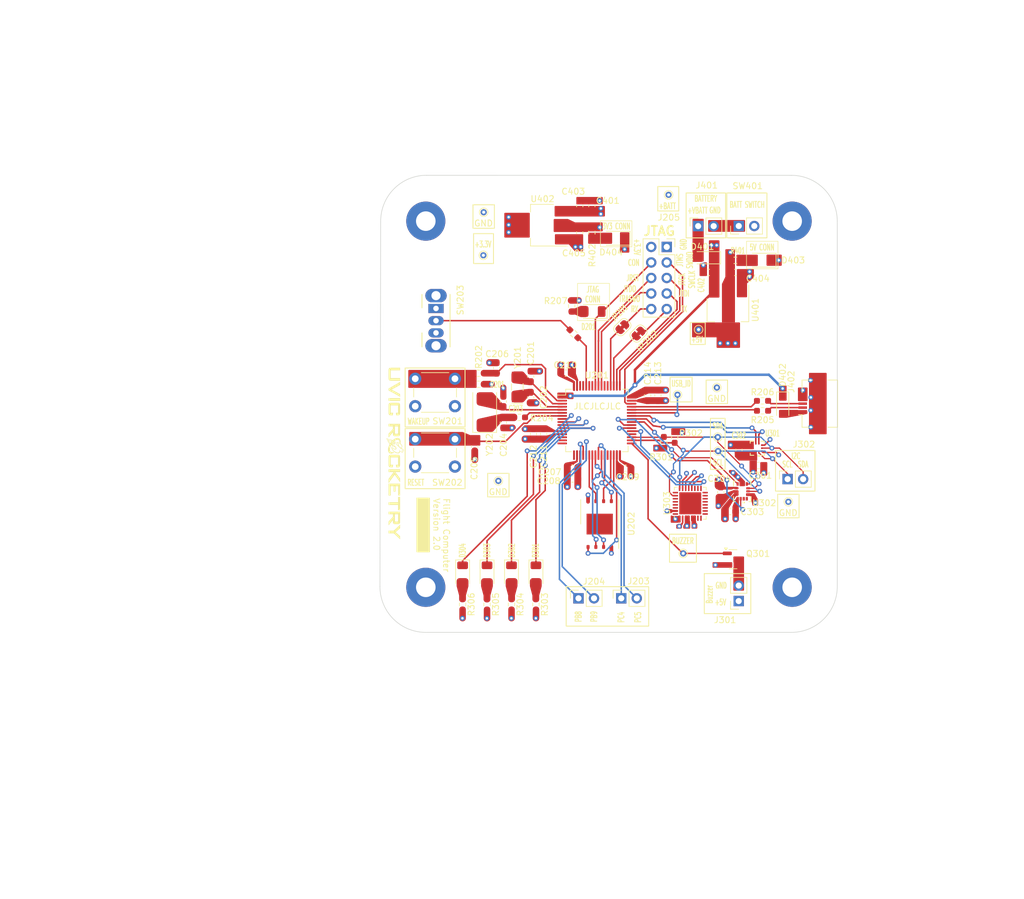
<source format=kicad_pcb>
(kicad_pcb (version 20240108) (generator "pcbnew") (generator_version "8.0")
  (layers (0 "F.Cu" signal) (1 "In1.Cu" signal) (2 "In2.Cu" signal) (31 "B.Cu" signal) (34 "B.Paste" user) (35 "F.Paste" user) (36 "B.SilkS" user "B.Silkscreen") (37 "F.SilkS" user "F.Silkscreen") (38 "B.Mask" user) (39 "F.Mask" user) (44 "Edge.Cuts" user))
  (net 0 "")
  (net 1 "/STM32/NRST")
  (net 2 "GND")
  (net 3 "+3V3")
  (net 4 "/STM32/WAKEUP")
  (net 5 "/STM32/LSE_OSC_IN")
  (net 6 "/STM32/LSE_OSC_OUT")
  (net 7 "/STM32/HSE_OSC_IN")
  (net 8 "Net-(C204-Pad2)")
  (net 9 "Net-(D403-A)")
  (net 10 "+5V")
  (net 11 "/STM32/JTAG_CON")
  (net 12 "Net-(D201-A)")
  (net 13 "/Peripherals/LED3")
  (net 14 "Net-(D301-A)")
  (net 15 "/Peripherals/LED2")
  (net 16 "Net-(D302-A)")
  (net 17 "/Peripherals/LED1")
  (net 18 "Net-(D303-A)")
  (net 19 "/Peripherals/LED0")
  (net 20 "Net-(D304-A)")
  (net 21 "Net-(D401-A)")
  (net 22 "Net-(D402-A)")
  (net 23 "Net-(D404-A)")
  (net 24 "+BATT")
  (net 25 "/STM32/PB8")
  (net 26 "/STM32/PB9")
  (net 27 "/STM32/JTMS{slash}SWDIO")
  (net 28 "/STM32/JTCK{slash}SWCLK")
  (net 29 "/STM32/JTDO{slash}TRACESWO")
  (net 30 "/STM32/JTDI")
  (net 31 "/STM32/NJTRST")
  (net 32 "/STM32/PC4")
  (net 33 "/STM32/PC5")
  (net 34 "/Peripherals/Buzzer_ON")
  (net 38 "Net-(R201-Pad1)")
  (net 39 "/STM32/BOOT0")
  (net 40 "/STM32/HSE_OSC_OUT")
  (net 41 "/Peripherals/I2C_SDA")
  (net 42 "/Peripherals/I2C_SCL")
  (net 46 "Net-(J301-Pin_2)")
  (net 49 "Net-(J401-Pin_2)")
  (net 52 "/STM32/DEBUG_RX")
  (net 53 "/STM32/DEBUG_TX")
  (net 54 "Net-(SW203-B)")
  (net 55 "Net-(U201-PA11)")
  (net 56 "/Power/USB_D-")
  (net 57 "Net-(U201-PA12)")
  (net 58 "/Power/USB_D+")
  (net 59 "/STM32/QuadSPI_IO3")
  (net 60 "/STM32/QuadSPI_IO2")
  (net 61 "/STM32/QuadSPI_IO1")
  (net 62 "/STM32/QuadSPI_IO0")
  (net 63 "/STM32/USB_OTG_ID")
  (net 64 "/STM32/QuadSPI_CLK")
  (net 65 "/STM32/QuadSPI_NCS")
  (net 79 "/Peripherals/BME_CS")
  (net 80 "/Peripherals/BME_INT")
  (net 81 "/Peripherals/LSM_INT1")
  (net 82 "/Peripherals/LSM_INT2")
  (net 91 "Net-(J205-Pin_9)")
  (net 92 "Net-(J205-Pin_10)")
  (net 93 "/Peripherals/ADX_INT1")
  (net 94 "/Peripherals/ADX_INT2")
  (footprint "Capacitor_SMD:C_0603_1608Metric_Pad1.08x0.95mm_HandSolder" (layer "F.Cu") (at 151.6888 89.692 180)
    (property "Reference" "C207")
    (property "Value" "4.7uF")
  )
  (footprint "Capacitor_SMD:C_0603_1608Metric_Pad1.08x0.95mm_HandSolder" (layer "F.Cu") (at 175.95 93.65 -90)
    (property "Reference" "C304")
    (property "Value" "100nF")
  )
  (footprint "LED_SMD:LED_1206_3216Metric" (layer "F.Cu") (at 137.7 107 -90)
    (property "Reference" "D303")
    (property "Value" "GREEN")
  )
  (footprint "Capacitor_SMD:C_0603_1608Metric_Pad1.08x0.95mm_HandSolder" (layer "F.Cu") (at 154.85 46.7706 90)
    (property "Reference" "C401")
    (property "Value" "10uF")
  )
  (footprint "Jumper:SolderJumper-2_P1.3mm_Bridged_RoundedPad1.0x1.5mm" (layer "F.Cu") (at 159.840381 66.609619 -135)
    (property "Reference" "JP201")
    (property "Value" "SolderJumper_2_Bridged" (hide yes))
  )
  (footprint "Resistor_SMD:R_0603_1608Metric_Pad0.98x0.95mm_HandSolder" (layer "F.Cu") (at 136.3152 75.9608)
    (property "Reference" "R201")
    (property "Value" "10k")
  )
  (footprint "LED_SMD:LED_1206_3216Metric" (layer "F.Cu") (at 133.7 107 -90)
    (property "Reference" "D304")
    (property "Value" "GREEN")
  )
  (footprint "LED_SMD:LED_1206_3216Metric" (layer "F.Cu") (at 145.7 107 -90)
    (property "Reference" "D301")
    (property "Value" "GREEN")
  )
  (footprint "Resistor_SMD:R_0603_1608Metric_Pad0.98x0.95mm_HandSolder" (layer "F.Cu") (at 151.9 67.704765 -45)
    (property "Reference" "R203" (hide yes))
    (property "Value" "10k")
  )
  (footprint "LED_SMD:LED_1206_3216Metric" (layer "F.Cu") (at 155.05 64.05 180)
    (property "Reference" "D201")
    (property "Value" "AMBER")
  )
  (footprint "Resistor_SMD:R_0603_1608Metric_Pad0.98x0.95mm_HandSolder" (layer "F.Cu") (at 137.7 112 -90)
    (property "Reference" "R305")
    (property "Value" "240R")
  )
  (footprint "Capacitor_SMD:C_0603_1608Metric_Pad1.08x0.95mm_HandSolder" (layer "F.Cu") (at 178.9176 86.7167 90)
    (property "Reference" "C302")
    (property "Value" "100nF")
  )
  (footprint "Resistor_SMD:R_0603_1608Metric_Pad0.98x0.95mm_HandSolder" (layer "F.Cu") (at 143.002 81.3816)
    (property "Reference" "R204")
    (property "Value" "10k")
  )
  (footprint "Capacitor_SMD:C_0603_1608Metric_Pad1.08x0.95mm_HandSolder" (layer "F.Cu") (at 163.9824 77.7748 -90)
    (property "Reference" "C214")
    (property "Value" "100nF")
  )
  (footprint "TestPoint:TestPoint_THTPad_D1.0mm_Drill0.5mm" (layer "F.Cu") (at 137.15 47.8)
    (property "Reference" "TP204" (hide yes))
    (property "Value" "~")
  )
  (footprint "TestPoint:TestPoint_THTPad_D1.0mm_Drill0.5mm" (layer "F.Cu") (at 167.4 44.95 -90)
    (property "Reference" "TP401" (hide yes))
    (property "Value" "~")
  )
  (footprint "TestPoint:TestPoint_THTPad_D1.0mm_Drill0.5mm" (layer "F.Cu") (at 187 95.2)
    (property "Reference" "TP206" (hide yes))
    (property "Value" "~")
  )
  (footprint "Resistor_SMD:R_0603_1608Metric_Pad0.98x0.95mm_HandSolder" (layer "F.Cu") (at 154.85 51.1375 -90)
    (property "Reference" "R402")
    (property "Value" "240R")
  )
  (footprint "Package_SON:WSON-8-1EP_8x6mm_P1.27mm_EP3.4x4.3mm" (layer "F.Cu") (at 156.1338 98.8476 90)
    (property "Reference" "U202")
    (property "Value" "W25N01GVZEIG")
  )
  (footprint "Capacitor_SMD:C_0603_1608Metric_Pad1.08x0.95mm_HandSolder" (layer "F.Cu") (at 144.84 74.676 -90)
    (property "Reference" "C201")
    (property "Value" "2pF")
  )
  (footprint "Crystal:Crystal_SMD_G8-2Pin_3.2x1.5mm_HandSoldering" (layer "F.Cu") (at 142.6556 76.4032 90)
    (property "Reference" "Y201")
    (property "Value" "32.768kHz LSE")
  )
  (footprint "Jumper:SolderJumper-2_P1.3mm_Bridged_RoundedPad1.0x1.5mm" (layer "F.Cu") (at 162.490381 67.659619 -135)
    (property "Reference" "JP202")
    (property "Value" "SolderJumper_2_Bridged" (hide yes))
  )
  (footprint "TestPoint:TestPoint_THTPad_D1.0mm_Drill0.5mm" (layer "F.Cu") (at 172.31 67.0056 -90)
    (property "Reference" "TP402" (hide yes))
    (property "Value" "~")
  )
  (footprint "TestPoint:TestPoint_THTPad_D1.0mm_Drill0.5mm" (layer "F.Cu") (at 175.4492 84.614)
    (property "Reference" "TP201" (hide yes))
    (property "Value" "~")
  )
  (footprint "Package_TO_SOT_SMD:SOT-23" (layer "F.Cu") (at 177.9447 104.6)
    (property "Reference" "Q301")
    (property "Value" "Q_NMOS_GSD")
  )
  (footprint "Capacitor_SMD:C_0603_1608Metric_Pad1.08x0.95mm_HandSolder" (layer "F.Cu") (at 173.9615 57.6588 180)
    (property "Reference" "C402")
    (property "Value" "10uF")
  )
  (footprint "MountingHole:MountingHole_3.2mm_M3_Pad" (layer "F.Cu") (at 127.678 109.2)
    (property "Reference" "H104" (hide yes))
    (property "Value" "~" (hide yes))
  )
  (footprint "Package_QFP:LQFP-64_10x10mm_P0.5mm" (layer "F.Cu") (at 155.678 81.8894)
    (property "Reference" "U201")
    (property "Value" "STM32L475RCTx")
  )
  (footprint "TestPoint:TestPoint_THTPad_D1.0mm_Drill0.5mm" (layer "F.Cu") (at 139.55 91.775)
    (property "Reference" "TP207" (hide yes))
    (property "Value" "~")
  )
  (footprint "Connector_PinSocket_2.54mm:PinSocket_1x02_P2.54mm_Vertical" (layer "F.Cu") (at 178.875 111.45 180)
    (property "Reference" "J301")
    (property "Value" "Conn_01x02_Socket")
  )
  (footprint "TestPoint:TestPoint_THTPad_D1.0mm_Drill0.5mm" (layer "F.Cu") (at 175.3 76.5)
    (property "Reference" "TP205" (hide yes))
    (property "Value" "~")
  )
  (footprint "Capacitor_SMD:C_0603_1608Metric_Pad1.08x0.95mm_HandSolder" (layer "F.Cu") (at 152.8688 51.1394 -90)
    (property "Reference" "C405")
    (property "Value" "22uF")
  )
  (footprint "Diode_SMD:D_SOD-123F" (layer "F.Cu") (at 186.0731 79.4331 -90)
    (property "Reference" "D402")
    (property "Value" "DSS14U")
  )
  (footprint "Crystal:Crystal_SMD_0603-2Pin_6.0x3.5mm" (layer "F.Cu") (at 137.3124 80.5024 90)
    (property "Reference" "Y202")
    (property "Value" "8MHz HSE")
  )
  (footprint "Connector_USB:USB_Micro-B_Amphenol_10104110_Horizontal" (layer "F.Cu") (at 190.9 79.1326 90)
    (property "Reference" "J402")
    (property "Value" "USB_B_Micro")
  )
  (footprint "Button_Switch_THT:SW_PUSH_6mm" (layer "F.Cu") (at 125.95 84.9376)
    (property "Reference" "SW202")
    (property "Value" "SW_Push")
  )
  (footprint "Connector_PinSocket_2.54mm:PinSocket_1x02_P2.54mm_Vertical" (layer "F.Cu") (at 186.875 91.485 90)
    (property "Reference" "J302")
    (property "Value" "Conn_01x02_Socket")
  )
  (footprint "Capacitor_SMD:C_0603_1608Metric_Pad1.08x0.95mm_HandSolder" (layer "F.Cu") (at 145.2936 84.096 90)
    (property "Reference" "C212")
    (property "Value" "1uF")
  )
  (footprint "LED_SMD:LED_1206_3216Metric" (layer "F.Cu") (at 182.7 55.65 180)
    (property "Reference" "D403")
    (property "Value" "AMBER")
  )
  (footprint "TestPoint:TestPoint_THTPad_D1.0mm_Drill0.5mm" (layer "F.Cu") (at 168.8592 77.6732)
    (property "Reference" "TP208" (hide yes))
    (property "Value" "~")
  )
  (footprint "Package_TO_SOT_SMD:SOT-223-3_TabPin2" (layer "F.Cu") (at 177.11 63.8056 -90)
    (property "Reference" "U401")
    (property "Value" "AZ1117-5.0")
  )
  (footprint "Capacitor_SMD:C_0603_1608Metric_Pad1.08x0.95mm_HandSolder" (layer "F.Cu") (at 150.6122 74.1214)
    (property "Reference" "C210")
    (property "Value" "100nF")
  )
  (footprint "Button_Switch_THT:SW_CuK_OS102011MA1QN1_SPDT_Angled" (layer "F.Cu") (at 129.35 63.55 -90)
    (property "Reference" "SW203")
    (property "Value" "SW_SPDT")
  )
  (footprint "Resistor_SMD:R_0603_1608Metric_Pad0.98x0.95mm_HandSolder" (layer "F.Cu") (at 178.3273 55.6776)
    (property "Reference" "R401")
    (property "Value" "240R")
  )
  (footprint "Resistor_SMD:R_0603_1608Metric_Pad0.98x0.95mm_HandSolder" (layer "F.Cu") (at 141.7 112 -90)
    (property "Reference" "R304")
    (property "Value" "240R")
  )
  (footprint "LED_SMD:LED_1206_3216Metric" (layer "F.Cu") (at 158.8144 52.0536 180)
    (property "Reference" "D404")
    (property "Value" "AMBER")
  )
  (footprint "Resistor_SMD:R_0603_1608Metric_Pad0.98x0.95mm_HandSolder" (layer "F.Cu") (at 182.7701 78.6754)
    (property "Reference" "R206")
    (property "Value" "22R")
  )
  (footprint "Capacitor_SMD:C_0603_1608Metric_Pad1.08x0.95mm_HandSolder" (layer "F.Cu") (at 178.3292 57.6588)
    (property "Reference" "C404")
    (property "Value" "22uF")
  )
  (footprint "LSM:LGA-14L_2P5X3X0P86_STM" (layer "F.Cu") (at 179.449999 93.4897 -90)
    (property "Reference" "U302")
    (property "Value" "LSM6DSOTR")
  )
  (footprint "Capacitor_SMD:C_0603_1608Metric_Pad1.08x0.95mm_HandSolder" (layer "F.Cu") (at 160.3756 89.7128 180)
    (property "Reference" "C209")
    (property "Value" "100nF")
  )
  (footprint "TestPoint:TestPoint_THTPad_D1.0mm_Drill0.5mm" (layer "F.Cu") (at 169.8 103.65)
    (property "Reference" "TP203" (hide yes))
    (property "Value" "~")
  )
  (footprint "Connector_PinSocket_2.54mm:PinSocket_1x02_P2.54mm_Vertical" (layer "F.Cu") (at 152.66 111 90)
    (property "Reference" "J204")
    (property "Value" "Conn_01x02_Socket" (hide yes))
  )
  (footprint "Resistor_SMD:R_0603_1608Metric_Pad0.98x0.95mm_HandSolder" (layer "F.Cu") (at 182.772 80.301)
    (property "Reference" "R205")
    (property "Value" "22R")
  )
  (footprint "Capacitor_SMD:C_0603_1608Metric_Pad1.08x0.95mm_HandSolder" (layer "F.Cu") (at 182.118 89.2556)
    (property "Reference" "C301")
    (property "Value" "100nF")
  )
  (footprint "MountingHole:MountingHole_3.2mm_M3_Pad" (layer "F.Cu") (at 187.622 109.2)
    (property "Reference" "H103" (hide yes))
    (property "Value" "~" (hide yes))
  )
  (footprint "Connector_PinSocket_2.54mm:PinSocket_1x02_P2.54mm_Vertical" (layer "F.Cu") (at 159.66 111 90)
    (property "Reference" "J203")
    (property "Value" "Conn_01x02_Socket" (hide yes))
  )
  (footprint "Resistor_SMD:R_0603_1608Metric_Pad0.98x0.95mm_HandSolder" (layer "F.Cu") (at 145.7 112 -90)
    (property "Reference" "R303")
    (property "Value" "240R")
  )
  (footprint "Resistor_SMD:R_0603_1608Metric_Pad0.98x0.95mm_HandSolder" (layer "F.Cu") (at 136.3152 74.1608)
    (property "Reference" "R202")
    (property "Value" "1k")
  )
  (footprint "Package_CSP:LFCSP-32-1EP_5x5mm_P0.5mm_EP3.6x3.6mm" (layer "F.Cu") (at 170.95 95.45 90)
    (property "Reference" "U303")
    (property "Value" "ADXL314")
  )
  (footprint "Capacitor_SMD:C_0603_1608Metric_Pad1.08x0.95mm_HandSolder" (layer "F.Cu") (at 140.3722 82.2452 90)
    (property "Reference" "C204")
    (property "Value" "13pF")
  )
  (footprint "Capacitor_SMD:C_0603_1608Metric_Pad1.08x0.95mm_HandSolder" (layer "F.Cu") (at 146.97 84.096 90)
    (property "Reference" "C211")
    (property "Value" "10nF")
  )
  (footprint "Button_Switch_THT:SW_PUSH_6mm" (layer "F.Cu") (at 132.45 79.5528 180)
    (property "Reference" "SW201")
    (property "Value" "SW_Push")
  )
  (footprint "Resistor_SMD:R_0603_1608Metric_Pad0.98x0.95mm_HandSolder" (layer "F.Cu") (at 133.7 112 -90)
    (property "Reference" "R306")
    (property "Value" "240R")
  )
  (footprint "uvr-logo:uvr-logo" (layer "F.Cu") (at 122.530471 87.293452 -90)
    (property "Reference" "G***" (hide yes))
    (property "Value" "LOGO" (hide yes))
  )
  (footprint "Capacitor_SMD:C_0603_1608Metric_Pad1.08x0.95mm_HandSolder" (layer "F.Cu") (at 140.3722 78.7908 -90)
    (property "Reference" "C203")
    (property "Value" "13pF")
  )
  (footprint "TestPoint:TestPoint_THTPad_D1.0mm_Drill0.5mm" (layer "F.Cu") (at 175.5 86.9)
    (property "Reference" "TP202" (hide yes))
    (property "Value" "~")
  )
  (footprint "Capacitor_SMD:C_0603_1608Metric_Pad1.08x0.95mm_HandSolder" (layer "F.Cu") (at 144.84 78.1304 90)
    (property "Reference" "C202")
    (property "Value" "2pF")
  )
  (footprint "Resistor_SMD:R_0603_1608Metric_Pad0.98x0.95mm_HandSolder" (layer "F.Cu") (at 166.624 85.4964 90)
    (property "Reference" "R301")
    (property "Value" "4k7")
  )
  (footprint "footprints:LGA10_BMP390_BOS" (layer "F.Cu") (at 181.9183 86.429074 180)
    (property "Reference" "U301")
    (property "Value" "BMP390")
  )
  (footprint "Capacitor_SMD:C_0603_1608Metric_Pad1.08x0.95mm_HandSolder" (layer "F.Cu") (at 135.6868 86.1568 -90)
    (property "Reference" "C205")
    (property "Value" "100nF")
  )
  (footprint "Resistor_SMD:R_0603_1608Metric_Pad0.98x0.95mm_HandSolder" (layer "F.Cu") (at 151.5448 63.1545 -90)
    (property "Reference" "R207")
    (property "Value" "240R")
  )
  (footprint "Capacitor_SMD:C_0603_1608Metric_Pad1.08x0.95mm_HandSolder" (layer "F.Cu") (at 165.6588 77.7748 -90)
    (property "Reference" "C213")
    (property "Value" "4.7uF")
  )
  (footprint "MountingHole:MountingHole_3.2mm_M3_Pad" (layer "F.Cu") (at 187.622 49.256)
    (property "Reference" "H102" (hide yes))
    (property "Value" "~" (hide yes))
  )
  (footprint "Connector_PinSocket_2.54mm:PinSocket_2x05_P2.54mm_Vertical" (layer "F.Cu") (at 167.1 53.48)
    (property "Reference" "J205")
    (property "Value" "Conn_02x05_Odd_Even" (hide yes))
  )
  (footprint "Capacitor_SMD:C_0603_1608Metric_Pad1.08x0.95mm_HandSolder" (layer "F.Cu") (at 139.2652 73.2956 -90)
    (property "Reference" "C206")
    (property "Value" "100nF")
  )
  (footprint "Resistor_SMD:R_0603_1608Metric_Pad0.98x0.95mm_HandSolder" (layer "F.Cu") (at 168.402 84.6328 -90)
    (property "Reference" "R302")
    (property "Value" "4k7")
  )
  (footprint "Connector_PinSocket_2.54mm:PinSocket_1x02_P2.54mm_Vertical" (layer "F.Cu") (at 172.2394 50.071 90)
    (property "Reference" "J401")
    (property "Value" "PWR_IN" (hide yes))
  )
  (footprint "Capacitor_SMD:C_0603_1608Metric_Pad1.08x0.95mm_HandSolder" (layer "F.Cu") (at 177.5 96.8 180)
    (property "Reference" "C303")
    (property "Value" "100nF")
  )
  (footprint "MountingHole:MountingHole_3.2mm_M3_Pad" (layer "F.Cu") (at 127.678 49.256)
    (property "Reference" "H101" (hide yes))
    (property "Value" "~" (hide yes))
  )
  (footprint "LED_SMD:LED_1206_3216Metric" (layer "F.Cu") (at 141.7 107 -90)
    (property "Reference" "D302")
    (property "Value" "GREEN")
  )
  (footprint "Package_TO_SOT_SMD:SOT-223-3_TabPin2" (layer "F.Cu") (at 146.722 49.9202 180)
    (property "Reference" "U402")
    (property "Value" "AZ1117-3.3")
  )
  (footprint "Diode_SMD:D_SOD-123F" (layer "F.Cu") (at 173.7 55.2488 180)
    (property "Reference" "D401")
    (property "Value" "DSS14U")
  )
  (footprint "Connector_PinHeader_2.54mm:PinHeader_1x02_P2.54mm_Vertical" (layer "F.Cu") (at 178.8842 50.0516 90)
    (property "Reference" "SW401")
    (property "Value" "SW_SPST" (hide yes))
  )
  (footprint "TestPoint:TestPoint_THTPad_D1.0mm_Drill0.5mm" (layer "F.Cu") (at 137.1 54.85 -90)
    (property "Reference" "TP403" (hide yes))
    (property "Value" "~")
  )
  (footprint "Capacitor_SMD:C_0603_1608Metric_Pad1.08x0.95mm_HandSolder" (layer "F.Cu") (at 152.8688 46.7717 90)
    (property "Reference" "C403")
    (property "Value" "4.7uF")
  )
  (footprint "Capacitor_SMD:C_0603_1608Metric_Pad1.08x0.95mm_HandSolder" (layer "F.Cu") (at 151.6888 91.4908 180)
    (property "Reference" "C208")
    (property "Value" "100nF")
  )
  (gr_rect (start 167.55 100.5) (end 171.95 105.1) (stroke (width 0.15)) (fill none) (layer "F.SilkS"))
  (gr_rect (start 173.25 106.95) (end 180.85 113.5) (stroke (width 0.15)) (fill none) (layer "F.SilkS"))
  (gr_rect (start 137.8 90.55) (end 141.3 94.4) (stroke (width 0.15)) (fill none) (layer "F.SilkS"))
  (gr_rect (start 165.6316 43.594) (end 169.0632 47.594) (stroke (width 0.15)) (fill none) (layer "F.SilkS"))
  (gr_rect (start 184.9 86.8) (end 191.35 93.45) (stroke (width 0.15)) (fill none) (layer "F.SilkS"))
  (gr_rect (start 174.25 81.55) (end 176.65 89.9) (stroke (width 0.15)) (fill none) (layer "F.SilkS"))
  (gr_rect (start 126.25 94.625) (end 128.25 103.375) (stroke (width 0.2)) (fill solid) (layer "F.SilkS"))
  (gr_rect (start 170.275 44.65) (end 176.725 52) (stroke (width 0.15)) (fill none) (layer "F.SilkS"))
  (gr_rect (start 150.65 109.1) (end 164.15 115.55) (stroke (width 0.15)) (fill none) (layer "F.SilkS"))
  (gr_rect (start 124.3 73.3) (end 134.1 82.95) (stroke (width 0.15)) (fill none) (layer "F.SilkS"))
  (gr_rect (start 170.95 65.85) (end 173.4 69.45) (stroke (width 0.15)) (fill none) (layer "F.SilkS"))
  (gr_rect (start 156.25 49.2) (end 161.4 53.45) (stroke (width 0.1)) (fill none) (layer "F.SilkS"))
  (gr_rect (start 124.3 83.2) (end 134.1 93.05) (stroke (width 0.15)) (fill none) (layer "F.SilkS"))
  (gr_rect (start 135.4 46.575) (end 138.9 50.425) (stroke (width 0.15)) (fill none) (layer "F.SilkS"))
  (gr_rect (start 180.15 52.55) (end 185.3 57.05) (stroke (width 0.1)) (fill none) (layer "F.SilkS"))
  (gr_rect (start 173.55 75.275) (end 177.05 79.125) (stroke (width 0.15)) (fill none) (layer "F.SilkS"))
  (gr_rect (start 135.5 51.3) (end 138.75 56.2) (stroke (width 0.15)) (fill none) (layer "F.SilkS"))
  (gr_rect (start 176.925 44.65) (end 183.4908 52) (stroke (width 0.15)) (fill none) (layer "F.SilkS"))
  (gr_rect (start 167.65 74.8) (end 171.25 78.85) (stroke (width 0.15)) (fill none) (layer "F.SilkS"))
  (gr_rect (start 185.25 93.975) (end 188.75 97.825) (stroke (width 0.15)) (fill none) (layer "F.SilkS"))
  (gr_rect (start 152.5 59.45) (end 157.735 65.535) (stroke (width 0.1)) (fill none) (layer "F.SilkS"))
  (gr_arc (start 127.678001 116.577999) (mid 122.3747 114.3813) (end 120.178001 109.077999) (stroke (width 0.1)) (layer "Edge.Cuts"))
  (gr_line (start 187.499999 116.577999) (end 127.678001 116.577999) (stroke (width 0.1)) (layer "Edge.Cuts"))
  (gr_line (start 127.8 41.75) (end 187.499999 41.756001) (stroke (width 0.1)) (layer "Edge.Cuts"))
  (gr_arc (start 194.999999 109.077999) (mid 192.8033 114.3813) (end 187.499999 116.577999) (stroke (width 0.1)) (layer "Edge.Cuts"))
  (gr_line (start 120.178001 109.077999) (end 120.3 49.25) (stroke (width 0.1)) (layer "Edge.Cuts"))
  (gr_arc (start 187.499999 41.756001) (mid 192.8033 43.9527) (end 194.999999 49.256001) (stroke (width 0.1)) (layer "Edge.Cuts"))
  (gr_arc (start 120.3 49.25) (mid 122.496699 43.946699) (end 127.8 41.75) (stroke (width 0.1)) (layer "Edge.Cuts"))
  (gr_line (start 194.999999 49.256001) (end 194.999999 109.077999) (stroke (width 0.1)) (layer "Edge.Cuts"))
  (gr_text "SDA" (at 189.415 89.65 0) (layer "F.SilkS") (effects (font (size 1 0.6) (thickness 0.15) (bold yes)) (justify bottom)))
  (gr_text "PC5" (at 162.4 114.1 90) (layer "F.SilkS") (effects (font (size 1 0.6))))
  (gr_text "+VBATT" (at 172.15 48.1 0) (layer "F.SilkS") (effects (font (size 1 0.6) (thickness 0.15) (bold yes)) (justify bottom)))
  (gr_text "I2C" (at 187.4 88.3 0) (layer "F.SilkS") (effects (font (size 1 0.6)) (justify left bottom)))
  (gr_text "BATT SWITCH" (at 177.3 47.15 0) (layer "F.SilkS") (effects (font (size 1 0.6) (thickness 0.15) (bold yes)) (justify left bottom)))
  (gr_text "+5V\n" (at 175.9 111.65 0) (layer "F.SilkS") (effects (font (size 1 0.6))))
  (gr_text "USB_ID" (at 169.45 75.85 0) (layer "F.SilkS") (effects (font (size 1 0.6) (thickness 0.15) (bold yes))))
  (gr_text "SCL" (at 186.85 89.65 0) (layer "F.SilkS") (effects (font (size 1 0.6) (thickness 0.15) (bold yes)) (justify bottom)))
  (gr_text "RX" (at 161.85 64.25 0) (layer "F.SilkS") (effects (font (size 1 0.6) (thickness 0.15) (bold yes)) (justify bottom)))
  (gr_text "RESET" (at 126.05 92.05 0) (layer "F.SilkS") (effects (font (size 1 0.6) (thickness 0.15) (bold yes))))
  (gr_text "GND\n" (at 170.431035 54.077535 90) (layer "F.SilkS") (effects (font (size 1 0.6) (thickness 0.15) (bold yes)) (justify left bottom)))
  (gr_text "Buzzer\n" (at 174.1 110.35 90) (layer "F.SilkS") (effects (font (size 1 0.6))))
  (gr_text "5V CONN" (at 182.7 53.55 0) (layer "F.SilkS") (effects (font (size 1 0.6))))
  (gr_text "GND\n" (at 173.651191 78.9 0) (layer "F.SilkS") (effects (font (size 1 1)) (justify left bottom)))
  (gr_text "JTAG" (at 163.15 51.75 0) (layer "F.SilkS") (effects (font (size 1.5 1.5) (thickness 0.3) (bold yes)) (justify left bottom)))
  (gr_text "PB8\n" (at 152.66 114 90) (layer "F.SilkS") (effects (font (size 1 0.6))))
  (gr_text "SDA" (at 175.45 82.8 0) (layer "F.SilkS") (effects (font (size 1 0.6) (thickness 0.15) (bold yes))))
  (gr_text "Flight Computer\nVersion 2.0" (at 128.85 94.525 270) (layer "F.SilkS") (effects (font (size 1 1)) (justify left bottom)))
  (gr_text "JLCJLCJLC" (at 151.8 80.15 0) (layer "F.SilkS") (effects (font (size 1 1) (thickness 0.15) (bold yes)) (justify left bottom)))
  (gr_text "JTDI\n" (at 169.9 61.70175 0) (layer "F.SilkS") (effects (font (size 1 0.6) (thickness 0.15) (bold yes)) (justify bottom)))
  (gr_text "JRST" (at 161.55 59.149998 0) (layer "F.SilkS") (effects (font (size 1 0.6) (thickness 0.15) (bold yes)) (justify bottom)))
  (gr_text "GND\n" (at 175 48.071 0) (layer "F.SilkS") (effects (font (size 1 0.6) (thickness 0.15) (bold yes)) (justify bottom)))
  (gr_text "GND\n" (at 137.901191 94.175 0) (layer "F.SilkS") (effects (font (size 1 1)) (justify left bottom)))
  (gr_text "JTCK\nSWCLK" (at 171.8 58.8 90) (layer "F.SilkS") (effects (font (size 1 0.6) (thickness 0.15) (bold yes)) (justify bottom)))
  (gr_text "GND\n" (at 185.351191 97.6 0) (layer "F.SilkS") (effects (font (size 1 1)) (justify left bottom)))
  (gr_text "BATTERY" (at 171.55 46.15 0) (layer "F.SilkS") (effects (font (size 1 0.6) (thickness 0.15) (bold yes)) (justify left bottom)))
  (gr_text "3V3 CONN\n" (at 158.85 50.1 0) (layer "F.SilkS") (effects (font (size 1 0.6))))
  (gr_text "PB9" (at 155.2 114 90) (layer "F.SilkS") (effects (font (size 1 0.6))))
  (gr_text "PC4\n" (at 159.65 114.1 90) (layer "F.SilkS") (effects (font (size 1 0.6))))
  (gr_text "BUZZER" (at 169.75 101.6 0) (layer "F.SilkS") (effects (font (size 1 0.6) (thickness 0.15) (bold yes))))
  (gr_text "TX" (at 169.90175 64.24175 0) (layer "F.SilkS") (effects (font (size 1 0.6) (thickness 0.15) (bold yes)) (justify bottom)))
  (gr_text "JTDO\nTRASWO" (at 161.006722 62.556722 0) (layer "F.SilkS") (effects (font (size 1 0.6) (thickness 0.15) (bold yes)) (justify bottom)))
  (gr_text "+5V" (at 172.05 68.65 0) (layer "F.SilkS") (effects (font (size 1 0.6) (thickness 0.15) (bold yes))))
  (gr_text "JTMS\nSWDIO" (at 171.456722 55.643278 90) (layer "F.SilkS") (effects (font (size 1 0.6) (thickness 0.15) (bold yes)) (justify bottom)))
  (gr_text "GND" (at 176 108.91 0) (layer "F.SilkS") (effects (font (size 1 0.6))))
  (gr_text "WAKEUP" (at 126.5 82.05 0) (layer "F.SilkS") (effects (font (size 1 0.6) (thickness 0.15) (bold yes))))
  (gr_text "+BATT" (at 167.2 46.8 0) (layer "F.SilkS") (effects (font (size 1 0.6) (thickness 0.15) (bold yes))))
  (gr_text "JTAG\nCONN" (at 155 61.25 0) (layer "F.SilkS") (effects (font (size 1 0.6))))
  (gr_text "+3.3V" (at 137.05 53.05 0) (layer "F.SilkS") (effects (font (size 1 0.6) (thickness 0.15) (bold yes))))
  (gr_text "SCL" (at 175.5 88.8 0) (layer "F.SilkS") (effects (font (size 1 0.6) (thickness 0.15) (bold yes))))
  (gr_text "GND\n" (at 135.501191 50.2 0) (layer "F.SilkS") (effects (font (size 1 1)) (justify left bottom)))
  (gr_text "CON" (at 161.7 56.65 0) (layer "F.SilkS") (effects (font (size 1 0.6) (thickness 0.15) (bold yes)) (justify bottom)))
  (gr_text "+3.3V" (at 161.66 53.479998 270) (layer "F.SilkS") (effects (font (size 1 0.6) (thickness 0.15) (bold yes)) (justify bottom)))
  (segment (start 150.003 81.1394) (end 145.446276 81.1394) (width 0.25) (layer "F.Cu") (net 1))
  (segment (start 144.235676 82.35) (end 143.6943 82.35) (width 0.25) (layer "F.Cu") (net 1))
  (segment (start 145.446276 81.1394) (end 144.235676 82.35) (width 0.25) (layer "F.Cu") (net 1))
  (segment (start 140.75 85.2943) (end 135.6868 85.2943) (width 0.25) (layer "F.Cu") (net 1))
  (segment (start 143.6943 82.35) (end 140.75 85.2943) (width 0.25) (layer "F.Cu") (net 1))
  (segment (start 170.2 91.8773) (end 171.6341 90.4432) (width 0.25) (layer "F.Cu") (net 2))
  (segment (start 183.96 85.09) (end 184 85.05) (width 0.25) (layer "F.Cu") (net 2))
  (segment (start 182.6676 85.928948) (end 183.107852 85.928948) (width 0.25) (layer "F.Cu") (net 2))
  (segment (start 185.0274 87.1358) (end 185.42 87.5284) (width 0.25) (layer "F.Cu") (net 2))
  (segment (start 182.6676 86.9292) (end 182.8742 87.1358) (width 0.25) (layer "F.Cu") (net 2))
  (segment (start 182.8742 87.1358) (end 185.0274 87.1358) (width 0.25) (layer "F.Cu") (net 2))
  (segment (start 171.6341 90.4432) (end 171.6341 90.3932) (width 0.25) (layer "F.Cu") (net 2))
  (segment (start 183.9468 85.09) (end 183.96 85.09) (width 0.25) (layer "F.Cu") (net 2))
  (segment (start 184 85.05) (end 184 85) (width 0.25) (layer "F.Cu") (net 2))
  (segment (start 170.2 93.0125) (end 170.2 91.8773) (width 0.25) (layer "F.Cu") (net 2))
  (segment (start 183.107852 85.928948) (end 183.9468 85.09) (width 0.25) (layer "F.Cu") (net 2))
  (via (at 190.676 78.1074) (size 0.8) (drill 0.4) (layers "F.Cu" "B.Cu") (net 2))
  (via (at 183 90.45) (size 0.8) (drill 0.4) (layers "F.Cu" "B.Cu") (net 2))
  (via (at 135.6868 88.2396) (size 0.8) (drill 0.4) (layers "F.Cu" "B.Cu") (net 2))
  (via (at 180.652 58.37) (size 0.8) (drill 0.4) (layers "F.Cu" "B.Cu") (net 2))
  (via (at 143.922 83.2832) (size 0.8) (drill 0.4) (layers "F.Cu" "B.Cu") (net 2))
  (via (at 185.4344 55.6592) (size 0.8) (drill 0.4) (layers "F.Cu" "B.Cu") (net 2))
  (via (at 177.55 85.9) (size 0.8) (drill 0.4) (layers "F.Cu" "B.Cu") (net 2))
  (via (at 150.8252 92.7608) (size 0.8) (drill 0.4) (layers "F.Cu" "B.Cu") (net 2))
  (via (at 166.9288 78.6384) (size 0.8) (drill 0.4) (layers "F.Cu" "B.Cu") (net 2))
  (via (at 180.652 57.5064) (size 0.8) (drill 0.4) (layers "F.Cu" "B.Cu") (net 2))
  (via (at 160.2144 53.8536) (size 0.8) (drill 0.4) (layers "F.Cu" "B.Cu") (net 2))
  (via (at 175.0572 105.5428) (size 0.8) (drill 0.4) (layers "F.Cu" "B.Cu") (net 2))
  (via (at 184 85) (size 0.8) (drill 0.4) (layers "F.Cu" "B.Cu") (net 2))
  (via (at 173.0828 56.468) (size 0.8) (drill 0.4) (layers "F.Cu" "B.Cu") (net 2))
  (via (at 189.376 76.9482) (size 0.8) (drill 0.4) (layers "F.Cu" "B.Cu") (net 2))
  (via (at 177.95 90.45) (size 0.8) (drill 0.4) (layers "F.Cu" "B.Cu") (net 2))
  (via (at 158.0388 103.632) (size 0.8) (drill 0.4) (layers "F.Cu" "B.Cu") (net 2))
  (via (at 190.6252 75.3134) (size 0.8) (drill 0.4) (layers "F.Cu" "B.Cu") (net 2))
  (via (at 145.796 78.994) (size 0.8) (drill 0.4) (layers "F.Cu" "B.Cu") (net 2))
  (via (at 171.6341 90.3932) (size 0.8) (drill 0.4) (layers "F.Cu" "B.Cu") (net 2))
  (via (at 168.5125 98.018) (size 0.8) (drill 0.4) (layers "F.Cu" "B.Cu") (net 2))
  (via (at 151.5872 72.7964) (size 0.8) (drill 0.4) (layers "F.Cu" "B.Cu") (net 2))
  (via (at 140.3604 76.6064) (size 0.8) (drill 0.4) (layers "F.Cu" "B.Cu") (net 2))
  (via (at 159.4104 91.0336) (size 0.8) (drill 0.4) (layers "F.Cu" "B.Cu") (net 2))
  (via (at 146.2624 73.8124) (size 0.8) (drill 0.4) (layers "F.Cu" "B.Cu") (net 2))
  (via (at 178.75 91.15) (size 0.8) (drill 0.4) (layers "F.Cu" "B.Cu") (net 2))
  (via (at 190.676 82.9842) (size 0.8) (drill 0.4) (layers "F.Cu" "B.Cu") (net 2))
  (via (at 152.1576 53.4762) (size 0.8) (drill 0.4) (layers "F.Cu" "B.Cu") (net 2))
  (via (at 176.65 98) (size 0.8) (drill 0.4) (layers "F.Cu" "B.Cu") (net 2))
  (via (at 175.55 95.85) (size 0.8) (drill 0.4) (layers "F.Cu" "B.Cu") (net 2))
  (via (at 141.7828 83.1088) (size 0.8) (drill 0.4) (layers "F.Cu" "B.Cu") (net 2))
  (via (at 170.4 99.15) (size 0.8) (drill 0.4) (layers "F.Cu" "B.Cu") (net 2))
  (via (at 190.676 80.241) (size 0.8) (drill 0.4) (layers "F.Cu" "B.Cu") (net 2))
  (via (at 153.0212 53.4762) (size 0.8) (drill 0.4) (layers "F.Cu" "B.Cu") (net 2))
  (via (at 185.42 87.5284) (size 0.8) (drill 0.4) (layers "F.Cu" "B.Cu") (net 2))
  (via (at 138.4152 75.9456) (size 0.8) (drill 0.4) (layers "F.Cu" "B.Cu") (net 2))
  (via (at 156.12 45.907) (size 0.8) (drill 0.4) (layers "F.Cu" "B.Cu") (net 2))
  (segment (start 169.7 91.709005) (end 170.3341 91.074905) (width 0.25) (layer "F.Cu") (net 3))
  (segment (start 169.7 93.0125) (end 169.7 91.709005) (width 0.25) (layer "F.Cu") (net 3))
  (segment (start 180.7706 92.2794) (end 182 91.05) (width 0.2) (layer "F.Cu") (net 3))
  (segment (start 170.3341 91.074905) (end 170.3341 90.5432) (width 0.25) (layer "F.Cu") (net 3))
  (segment (start 180.2 92.2794) (end 180.7706 92.2794) (width 0.2) (layer "F.Cu") (net 3))
  (via (at 156.12 50.2758) (size 0.8) (drill 0.4) (layers "F.Cu" "B.Cu") (net 3))
  (via (at 181.6 95.35) (size 0.8) (drill 0.4) (layers "F.Cu" "B.Cu") (net 3))
  (via (at 152.7428 62.2588) (size 0.8) (drill 0.4) (layers "F.Cu" "B.Cu") (net 3))
  (via (at 166.9288 76.9112) (size 0.8) (drill 0.4) (layers "F.Cu" "B.Cu") (net 3))
  (via (at 175.6 91.55) (size 0.8) (drill 0.4) (layers "F.Cu" "B.Cu") (net 3))
  (via (at 170.3341 90.5432) (size 0.8) (drill 0.4) (layers "F.Cu" "B.Cu") (net 3))
  (via (at 154.2288 94.0816) (size 0.8) (drill 0.4) (layers "F.Cu" "B.Cu") (net 3))
  (via (at 171.6 99.15) (size 0.8) (drill 0.4) (layers "F.Cu" "B.Cu") (net 3))
  (via (at 141.2356 48.5994) (size 0.8) (drill 0.4) (layers "F.Cu" "B.Cu") (net 3))
  (via (at 138.0652 72.4456) (size 0.8) (drill 0.4) (layers "F.Cu" "B.Cu") (net 3))
  (via (at 137.6728 114.2732) (size 0.8) (drill 0.4) (layers "F.Cu" "B.Cu") (net 3))
  (via (at 143.922 84.9088) (size 0.8) (drill 0.4) (layers "F.Cu" "B.Cu") (net 3))
  (via (at 141.2356 49.8694) (size 0.8) (drill 0.4) (layers "F.Cu" "B.Cu") (net 3))
  (via (at 169.5704 83.9216) (size 0.8) (drill 0.4) (layers "F.Cu" "B.Cu") (net 3))
  (via (at 182 91.05) (size 0.8) (drill 0.4) (layers "F.Cu" "B.Cu") (net 3))
  (via (at 181.25 90.35) (size 0.8) (drill 0.4) (layers "F.Cu" "B.Cu") (net 3))
  (via (at 141.2356 51.0886) (size 0.8) (drill 0.4) (layers "F.Cu" "B.Cu") (net 3))
  (via (at 145.6824 114.2652) (size 0.8) (drill 0.4) (layers "F.Cu" "B.Cu") (net 3))
  (via (at 169.15 99.2) (size 0.8) (drill 0.4) (layers "F.Cu" "B.Cu") (net 3))
  (via (at 165.4048 86.4108) (size 0.8) (drill 0.4) (layers "F.Cu" "B.Cu") (net 3))
  (via (at 133.6736 114.2644) (size 0.8) (drill 0.4) (layers "F.Cu" "B.Cu") (net 3))
  (via (at 161.2392 91.0336) (size 0.8) (drill 0.4) (layers "F.Cu" "B.Cu") (net 3))
  (via (at 141.6824 114.2652) (size 0.8) (drill 0.4) (layers "F.Cu" "B.Cu") (net 3))
  (via (at 149.7584 72.7964) (size 0.8) (drill 0.4) (layers "F.Cu" "B.Cu") (net 3))
  (via (at 178.4 98) (size 0.8) (drill 0.4) (layers "F.Cu" "B.Cu") (net 3))
  (via (at 167.1409 96.6972) (size 0.8) (drill 0.4) (layers "F.Cu" "B.Cu") (net 3))
  (via (at 152.5524 92.7608) (size 0.8) (drill 0.4) (layers "F.Cu" "B.Cu") (net 3))
  (segment (start 150.003 78.6394) (end 149.160236 78.6394) (width 0.25) (layer "F.Cu") (net 4))
  (segment (start 149.160236 78.6394) (end 147.2692 76.748364) (width 0.25) (layer "F.Cu") (net 4))
  (segment (start 147.2692 76.748364) (end 147.2692 73.406) (width 0.25) (layer "F.Cu") (net 4))
  (segment (start 140.6777 72.7456) (end 139.2652 74.1581) (width 0.25) (layer "F.Cu") (net 4))
  (segment (start 146.6088 72.7456) (end 140.6777 72.7456) (width 0.25) (layer "F.Cu") (net 4))
  (segment (start 147.2692 73.406) (end 146.6088 72.7456) (width 0.25) (layer "F.Cu") (net 4))
  (segment (start 148.4409 79.1394) (end 144.84 75.5385) (width 0.25) (layer "F.Cu") (net 5))
  (segment (start 150.003 79.1394) (end 148.4409 79.1394) (width 0.25) (layer "F.Cu") (net 5))
  (segment (start 150.003 79.6394) (end 147.5082 79.6394) (width 0.25) (layer "F.Cu") (net 6))
  (segment (start 147.5082 79.6394) (end 145.1367 77.2679) (width 0.25) (layer "F.Cu") (net 6))
  (segment (start 140.8583 80.1394) (end 140.3722 79.6533) (width 0.25) (layer "F.Cu") (net 7))
  (segment (start 150.003 80.1394) (end 140.8583 80.1394) (width 0.25) (layer "F.Cu") (net 7))
  (via (at 177.1 69.25) (size 0.8) (drill 0.4) (layers "F.Cu" "B.Cu") (net 10))
  (via (at 175.83 69.25) (size 0.8) (drill 0.4) (layers "F.Cu" "B.Cu") (net 10))
  (via (at 177.5024 54.3568) (size 0.8) (drill 0.4) (layers "F.Cu" "B.Cu") (net 10))
  (via (at 178.3192 69.25) (size 0.8) (drill 0.4) (layers "F.Cu" "B.Cu") (net 10))
  (segment (start 155.428 65.25) (end 164.789238 55.888762) (width 0.25) (layer "F.Cu") (net 11))
  (segment (start 155.428 76.2144) (end 155.428 65.25) (width 0.25) (layer "F.Cu") (net 11))
  (segment (start 147.2184 93.3316) (end 147.2184 89.2556) (width 0.25) (layer "F.Cu") (net 13))
  (segment (start 155.0214 83.1394) (end 155.0416 83.1596) (width 0.25) (layer "F.Cu") (net 13))
  (segment (start 145.7 94.85) (end 147.2184 93.3316) (width 0.25) (layer "F.Cu") (net 13))
  (segment (start 145.7 105.6) (end 145.7 94.85) (width 0.25) (layer "F.Cu") (net 13))
  (segment (start 150.003 83.1394) (end 155.0214 83.1394) (width 0.25) (layer "F.Cu") (net 13))
  (via (at 155.0416 83.1596) (size 0.8) (drill 0.4) (layers "F.Cu" "B.Cu") (net 13))
  (via (at 147.2184 89.2556) (size 0.8) (drill 0.4) (layers "F.Cu" "B.Cu") (net 13))
  (segment (start 155.0416 83.1596) (end 151.311988 83.1596) (width 0.25) (layer "B.Cu") (net 13))
  (segment (start 151.311988 83.1596) (end 147.2184 87.253188) (width 0.25) (layer "B.Cu") (net 13))
  (segment (start 147.2184 87.253188) (end 147.2184 89.2556) (width 0.25) (layer "B.Cu") (net 13))
  (segment (start 153.479 82.6394) (end 153.924 82.1944) (width 0.25) (layer "F.Cu") (net 15))
  (segment (start 150.003 82.6394) (end 153.479 82.6394) (width 0.25) (layer "F.Cu") (net 15))
  (segment (start 153.924 82.1944) (end 153.924 82.1436) (width 0.25) (layer "F.Cu") (net 15))
  (segment (start 146.304 88.4428) (end 146.304 93.609604) (width 0.25) (layer "F.Cu") (net 15))
  (segment (start 153.9748 82.1436) (end 153.8732 82.2452) (width 0.25) (layer "F.Cu") (net 15))
  (segment (start 141.7 98.213604) (end 141.7 105.6) (width 0.25) (layer "F.Cu") (net 15))
  (segment (start 146.304 93.609604) (end 141.7 98.213604) (width 0.25) (layer "F.Cu") (net 15))
  (segment (start 153.924 82.1436) (end 153.9748 82.1436) (width 0.25) (layer "F.Cu") (net 15))
  (via (at 153.924 82.1436) (size 0.8) (drill 0.4) (layers "F.Cu" "B.Cu") (net 15))
  (via (at 146.304 88.4428) (size 0.8) (drill 0.4) (layers "F.Cu" "B.Cu") (net 15))
  (segment (start 146.304 87.531192) (end 146.304 88.4428) (width 0.25) (layer "B.Cu") (net 15))
  (segment (start 153.924 82.1436) (end 153.3724 82.6952) (width 0.25) (layer "B.Cu") (net 15))
  (segment (start 151.139992 82.6952) (end 146.304 87.531192) (width 0.25) (layer "B.Cu") (net 15))
  (segment (start 153.3724 82.6952) (end 151.139992 82.6952) (width 0.25) (layer "B.Cu") (net 15))
  (segment (start 150.003 82.1394) (end 152.1502 82.1394) (width 0.25) (layer "F.Cu") (net 17))
  (segment (start 145.288 93.989208) (end 137.7 101.577208) (width 0.25) (layer "F.Cu") (net 17))
  (segment (start 152.1502 82.1394) (end 152.7048 81.5848) (width 0.25) (layer "F.Cu") (net 17))
  (segment (start 137.7 101.577208) (end 137.7 105.6) (width 0.25) (layer "F.Cu") (net 17))
  (segment (start 145.288 87.6808) (end 145.288 93.989208) (width 0.25) (layer "F.Cu") (net 17))
  (via (at 152.7048 81.5848) (size 0.8) (drill 0.4) (layers "F.Cu" "B.Cu") (net 17))
  (via (at 145.288 87.6808) (size 0.8) (drill 0.4) (layers "F.Cu" "B.Cu") (net 17))
  (segment (start 150.953596 82.2452) (end 145.517996 87.6808) (width 0.25) (layer "B.Cu") (net 17))
  (segment (start 152.0444 82.2452) (end 150.953596 82.2452) (width 0.25) (layer "B.Cu") (net 17))
  (segment (start 152.7048 81.5848) (end 152.0444 82.2452) (width 0.25) (layer "B.Cu") (net 17))
  (segment (start 145.517996 87.6808) (end 145.288 87.6808) (width 0.25) (layer "B.Cu") (net 17))
  (segment (start 144.272 86.868) (end 144.272 94.278) (width 0.25) (layer "F.Cu") (net 19))
  (segment (start 151.4348 81.0768) (end 151.4856 81.0768) (width 0.25) (layer "F.Cu") (net 19))
  (segment (start 150.8722 81.6394) (end 151.4348 81.0768) (width 0.25) (layer "F.Cu") (net 19))
  (segment (start 150.003 81.6394) (end 150.8722 81.6394) (width 0.25) (layer "F.Cu") (net 19))
  (segment (start 144.272 94.278) (end 133.7 104.85) (width 0.25) (layer "F.Cu") (net 19))
  (segment (start 151.4856 81.026) (end 151.4348 81.0768) (width 0.25) (layer "F.Cu") (net 19))
  (segment (start 133.7 104.85) (end 133.7 105.6) (width 0.25) (layer "F.Cu") (net 19))
  (segment (start 151.4856 81.0768) (end 151.4856 81.026) (width 0.25) (layer "F.Cu") (net 19))
  (via (at 151.4856 81.0768) (size 0.8) (drill 0.4) (layers "F.Cu" "B.Cu") (net 19))
  (via (at 144.272 86.868) (size 0.8) (drill 0.4) (layers "F.Cu" "B.Cu") (net 19))
  (segment (start 144.272 86.868) (end 145.6944 86.868) (width 0.25) (layer "B.Cu") (net 19))
  (segment (start 145.6944 86.868) (end 151.4856 81.0768) (width 0.25) (layer "B.Cu") (net 19))
  (segment (start 161.9 76.1) (end 161.9 73.6) (width 0.4) (layer "F.Cu") (net 24))
  (segment (start 149.953 78.0894) (end 150.003 78.0894) (width 0.4) (layer "F.Cu") (net 24))
  (segment (start 161.9 73.6) (end 174.81 60.69) (width 0.4) (layer "F.Cu") (net 24))
  (via (at 161.9 76.1) (size 0.8) (drill 0.4) (layers "F.Cu" "B.Cu") (net 24))
  (via (at 175.2672 53.2056) (size 0.8) (drill 0.4) (layers "F.Cu" "B.Cu") (net 24))
  (via (at 156.3232 47.177) (size 0.8) (drill 0.4) (layers "F.Cu" "B.Cu") (net 24))
  (via (at 151.3332 77.8764) (size 0.8) (drill 0.4) (layers "F.Cu" "B.Cu") (net 24))
  (via (at 156.3232 48.0914) (size 0.8) (drill 0.4) (layers "F.Cu" "B.Cu") (net 24))
  (via (at 186.0605 76.65) (size 0.8) (drill 0.4) (layers "F.Cu" "B.Cu") (net 24))
  (via (at 174.4544 53.2056) (size 0.8) (drill 0.4) (layers "F.Cu" "B.Cu") (net 24))
  (segment (start 151.3332 77.8764) (end 151.3596 77.85) (width 0.4) (layer "B.Cu") (net 24))
  (segment (start 183.8105 74.4) (end 163.6 74.4) (width 0.4) (layer "B.Cu") (net 24))
  (segment (start 163.6 74.4) (end 161.9 76.1) (width 0.4) (layer "B.Cu") (net 24))
  (segment (start 160.15 77.85) (end 161.9 76.1) (width 0.4) (layer "B.Cu") (net 24))
  (segment (start 186.0605 76.65) (end 183.8105 74.4) (width 0.4) (layer "B.Cu") (net 24))
  (segment (start 151.3596 77.85) (end 160.15 77.85) (width 0.4) (layer "B.Cu") (net 24))
  (segment (start 153.428 86.178) (end 153 85.75) (width 0.25) (layer "F.Cu") (net 25))
  (segment (start 152.95 85.7) (end 153 85.75) (width 0.25) (layer "F.Cu") (net 25))
  (segment (start 153 85.75) (end 152.95 85.75) (width 0.25) (layer "F.Cu") (net 25))
  (segment (start 152.95 85.75) (end 152.95 85.7) (width 0.25) (layer "F.Cu") (net 25))
  (segment (start 153.428 87.5644) (end 153.428 86.178) (width 0.25) (layer "F.Cu") (net 25))
  (via (at 152.95 85.75) (size 0.8) (drill 0.4) (layers "F.Cu" "B.Cu") (net 25))
  (segment (start 153 85.75) (end 153 88.713604) (width 0.25) (layer "B.Cu") (net 25))
  (segment (start 149.55 107.89) (end 152.66 111) (width 0.25) (layer "B.Cu") (net 25))
  (segment (start 149.55 92.163604) (end 149.55 107.89) (width 0.25) (layer "B.Cu") (net 25))
  (segment (start 153 88.713604) (end 149.55 92.163604) (width 0.25) (layer "B.Cu") (net 25))
  (segment (start 153.928 87.5644) (end 153.95 85.35) (width 0.25) (layer "F.Cu") (net 26))
  (via (at 153.95 85.35) (size 0.8) (drill 0.4) (layers "F.Cu" "B.Cu") (net 26))
  (segment (start 150 105.8) (end 155.2 111) (width 0.25) (layer "B.Cu") (net 26))
  (segment (start 153.9312 88.4188) (end 150 92.35) (width 0.25) (layer "B.Cu") (net 26))
  (segment (start 153.95 85.35) (end 153.9312 85.3688) (width 0.25) (layer "B.Cu") (net 26))
  (segment (start 150 92.35) (end 150 105.8) (width 0.25) (layer "B.Cu") (net 26))
  (segment (start 153.9312 85.3688) (end 153.9312 88.4188) (width 0.25) (layer "B.Cu") (net 26))
  (segment (start 160.253 73.519493) (end 160.253 78.882164) (width 0.25) (layer "F.Cu") (net 27))
  (segment (start 160.253 78.882164) (end 160.510236 79.1394) (width 0.25) (layer "F.Cu") (net 27))
  (segment (start 160.510236 79.1394) (end 161.353 79.1394) (width 0.25) (layer "F.Cu") (net 27))
  (segment (start 169.682438 58.241962) (end 169.682438 64.090055) (width 0.25) (layer "F.Cu") (net 27))
  (segment (start 167.329238 55.888762) (end 169.682438 58.241962) (width 0.25) (layer "F.Cu") (net 27))
  (segment (start 169.682438 64.090055) (end 160.253 73.519493) (width 0.25) (layer "F.Cu") (net 27))
  (segment (start 169.232438 60.331962) (end 167.329238 58.428762) (width 0.25) (layer "F.Cu") (net 28))
  (segment (start 159.428 76.2144) (end 159.428 73.708097) (width 0.25) (layer "F.Cu") (net 28))
  (segment (start 159.428 73.708097) (end 169.232438 63.903659) (width 0.25) (layer "F.Cu") (net 28))
  (segment (start 169.232438 63.903659) (end 169.232438 60.331962) (width 0.25) (layer "F.Cu") (net 28))
  (segment (start 162.820446 60.968762) (end 164.789238 60.968762) (width 0.25) (layer "F.Cu") (net 29))
  (segment (start 156.428 76.2144) (end 156.428 67.361208) (width 0.25) (layer "F.Cu") (net 29))
  (segment (start 156.428 67.361208) (end 162.820446 60.968762) (width 0.25) (layer "F.Cu") (net 29))
  (segment (start 158.928 73.571701) (end 168.782438 63.717263) (width 0.25) (layer "F.Cu") (net 30))
  (segment (start 158.928 76.2144) (end 158.928 73.571701) (width 0.25) (layer "F.Cu") (net 30))
  (segment (start 168.782438 63.717263) (end 168.782438 62.421962) (width 0.25) (layer "F.Cu") (net 30))
  (segment (start 168.782438 62.421962) (end 167.329238 60.968762) (width 0.25) (layer "F.Cu") (net 30))
  (segment (start 155.928 76.2144) (end 155.928 68.871596) (width 0.25) (layer "F.Cu") (net 31))
  (segment (start 155.9392 67.1608) (end 164.548838 58.551162) (width 0.25) (layer "F.Cu") (net 31))
  (segment (start 155.928 68.871596) (end 155.9392 68.871596) (width 0.25) (layer "F.Cu") (net 31))
  (segment (start 155.9392 68.871596) (end 155.9392 67.1608) (width 0.25) (layer "F.Cu") (net 31))
  (segment (start 155.428 87.5644) (end 155.428 89.134) (width 0.25) (layer "F.Cu") (net 32))
  (segment (start 155.428 89.134) (end 155.702 89.408) (width 0.25) (layer "F.Cu") (net 32))
  (via (at 155.702 89.408) (size 0.8) (drill 0.4) (layers "F.Cu" "B.Cu") (net 32))
  (segment (start 155.702 89.408) (end 156.5656 90.2716) (width 0.25) (layer "B.Cu") (net 32))
  (segment (start 156.5656 90.2716) (end 156.5656 91.125895) (width 0.25) (layer "B.Cu") (net 32))
  (segment (start 159.6644 103.031705) (end 159.66 103.036105) (width 0.25) (layer "B.Cu") (net 32))
  (segment (start 159.66 103.036105) (end 159.66 111) (width 0.25) (layer "B.Cu") (net 32))
  (segment (start 159.6644 94.224695) (end 159.6644 103.031705) (width 0.25) (layer "B.Cu") (net 32))
  (segment (start 156.5656 91.125895) (end 159.6644 94.224695) (width 0.25) (layer "B.Cu") (net 32))
  (segment (start 155.928 86.3372) (end 156.2608 86.0044) (width 0.25) (layer "F.Cu") (net 33))
  (segment (start 156.2608 86.0044) (end 156.3624 86.0044) (width 0.25) (layer "F.Cu") (net 33))
  (segment (start 156.3624 85.9028) (end 156.3116 85.9536) (width 0.25) (layer "F.Cu") (net 33))
  (segment (start 155.928 87.5644) (end 155.928 86.3372) (width 0.25) (layer "F.Cu") (net 33))
  (segment (start 156.3624 86.0044) (end 156.3624 85.9028) (width 0.25) (layer "F.Cu") (net 33))
  (via (at 156.3624 86.0044) (size 0.8) (drill 0.4) (layers "F.Cu" "B.Cu") (net 33))
  (segment (start 160.1144 93.796396) (end 160.1144 108.9144) (width 0.25) (layer "B.Cu") (net 33))
  (segment (start 157.0156 90.697596) (end 160.1144 93.796396) (width 0.25) (layer "B.Cu") (net 33))
  (segment (start 160.1144 108.9144) (end 162.2 111) (width 0.25) (layer "B.Cu") (net 33))
  (segment (start 157.0156 86.6576) (end 157.0156 90.697596) (width 0.25) (layer "B.Cu") (net 33))
  (segment (start 156.3624 86.0044) (end 157.0156 86.6576) (width 0.25) (layer "B.Cu") (net 33))
  (segment (start 164.05 97.975305) (end 169.724695 103.65) (width 0.25) (layer "F.Cu") (net 34))
  (segment (start 161.353 85.6394) (end 164.05 88.3364) (width 0.25) (layer "F.Cu") (net 34))
  (segment (start 164.05 88.3364) (end 164.05 97.975305) (width 0.25) (layer "F.Cu") (net 34))
  (segment (start 177.0072 103.65) (end 169.8 103.65) (width 0.25) (layer "F.Cu") (net 34))
  (segment (start 153.923235 69.728) (end 152.545235 68.35) (width 0.25) (layer "F.Cu") (net 39))
  (segment (start 153.928 76.2144) (end 153.928 69.728) (width 0.25) (layer "F.Cu") (net 39))
  (segment (start 153.928 69.728) (end 153.923235 69.728) (width 0.25) (layer "F.Cu") (net 39))
  (segment (start 150.003 80.6394) (end 144.6567 80.6394) (width 0.25) (layer "F.Cu") (net 40))
  (segment (start 144.6567 80.6394) (end 143.9145 81.3816) (width 0.25) (layer "F.Cu") (net 40))
  (segment (start 184.3024 86.4108) (end 185.542881 86.4108) (width 0.2) (layer "F.Cu") (net 41))
  (segment (start 180.406299 92.989701) (end 181.460299 92.989701) (width 0.2) (layer "F.Cu") (net 41))
  (segment (start 185.542881 86.4108) (end 189.415 90.282919) (width 0.2) (layer "F.Cu") (net 41))
  (segment (start 169.2237 91.16) (end 169.2237 92.9888) (width 0.25) (layer "F.Cu") (net 41))
  (segment (start 175.4492 85.4492) (end 175.4492 84.614) (width 0.2) (layer "F.Cu") (net 41))
  (segment (start 189.415 90.282919) (end 189.415 91.485) (width 0.2) (layer "F.Cu") (net 41))
  (segment (start 161.353 84.6394) (end 166.5685 84.6394) (width 0.2) (layer "F.Cu") (net 41))
  (segment (start 169.2237 92.9888) (end 169.2 93.0125) (width 0.25) (layer "F.Cu") (net 41))
  (segment (start 179.35 89.35) (end 175.4492 85.4492) (width 0.2) (layer "F.Cu") (net 41))
  (segment (start 181.460299 92.989701) (end 182.2 92.25) (width 0.2) (layer "F.Cu") (net 41))
  (segment (start 166.6617 84.6216) (end 175.4416 84.6216) (width 0.2) (layer "F.Cu") (net 41))
  (segment (start 184.3024 86.4108) (end 182.685874 86.4108) (width 0.2) (layer "F.Cu") (net 41))
  (via (at 184.3024 86.4108) (size 0.8) (drill 0.4) (layers "F.Cu" "B.Cu") (net 41))
  (via (at 182.2 92.25) (size 0.8) (drill 0.4) (layers "F.Cu" "B.Cu") (net 41))
  (via (at 179.35 89.35) (size 0.8) (drill 0.4) (layers "F.Cu" "B.Cu") (net 41))
  (via (at 169.2237 91.16) (size 0.8) (drill 0.4) (layers "F.Cu" "B.Cu") (net 41))
  (segment (start 182.16005 92.25) (end 179.35 89.43995) (width 0.2) (layer "B.Cu") (net 41))
  (segment (start 179.35 89.43995) (end 179.35 89.35) (width 0.2) (layer "B.Cu") (net 41))
  (segment (start 175.4492 84.614) (end 182.5056 84.614) (width 0.2) (layer "B.Cu") (net 41))
  (segment (start 169.2237 88.57734) (end 169.2237 91.16) (width 0.25) (layer "B.Cu") (net 41))
  (segment (start 173.18704 84.614) (end 175.4492 84.614) (width 0.25) (layer "B.Cu") (net 41))
  (segment (start 182.5056 84.614) (end 184.3024 86.4108) (width 0.2) (layer "B.Cu") (net 41))
  (segment (start 182.2 92.25) (end 182.16005 92.25) (width 0.2) (layer "B.Cu") (net 41))
  (segment (start 169.2237 88.57734) (end 173.18704 84.614) (width 0.25) (layer "B.Cu") (net 41))
  (segment (start 161.353 85.1394) (end 165.889924 85.1394) (width 0.25) (layer "F.Cu") (net 42))
  (segment (start 184.404 88.138) (end 186.875 90.609) (width 0.2) (layer "F.Cu") (net 42))
  (segment (start 180.406299 93.4897) (end 182.2963 93.4897) (width 0.2) (layer "F.Cu") (net 42))
  (segment (start 169.6067 86.75) (end 168.402 85.5453) (width 0.2) (layer "F.Cu") (net 42))
  (segment (start 165.889924 85.1394) (end 166.295824 85.5453) (width 0.25) (layer "F.Cu") (net 42))
  (segment (start 175.5 86.9) (end 169.95 86.9) (width 0.2) (layer "F.Cu") (net 42))
  (segment (start 183.138 88.138) (end 184.404 88.138) (width 0.2) (layer "F.Cu") (net 42))
  (segment (start 168.060614 94.2) (end 168.5125 94.2) (width 0.2) (layer "F.Cu") (net 42))
  (segment (start 169.95 86.9) (end 169.8 86.75) (width 0.2) (layer "F.Cu") (net 42))
  (segment (start 169.8 86.75) (end 169.6067 86.75) (width 0.2) (layer "F.Cu") (net 42))
  (segment (start 186.875 90.609) (end 186.875 91.485) (width 0.2) (layer "F.Cu") (net 42))
  (segment (start 182.2963 93.4897) (end 182.3228 93.4632) (width 0.2) (layer "F.Cu") (net 42))
  (segment (start 167.55 90.9625) (end 167.55 93.689386) (width 0.2) (layer "F.Cu") (net 42))
  (segment (start 167.55 93.689386) (end 168.060614 94.2) (width 0.2) (layer "F.Cu") (net 42))
  (segment (start 166.295824 85.5453) (end 168.402 85.5453) (width 0.25) (layer "F.Cu") (net 42))
  (segment (start 182.178374 87.178374) (end 183.138 88.138) (width 0.2) (layer "F.Cu") (net 42))
  (segment (start 168.2 90.3125) (end 167.55 90.9625) (width 0.2) (layer "F.Cu") (net 42))
  (segment (start 169.8 86.75) (end 169.8 86.8) (width 0.25) (layer "F.Cu") (net 42))
  (via (at 184.404 88.138) (size 0.8) (drill 0.4) (layers "F.Cu" "B.Cu") (net 42))
  (via (at 182.3228 93.4632) (size 0.8) (drill 0.4) (layers "F.Cu" "B.Cu") (net 42))
  (via (at 169.8 86.75) (size 0.8) (drill 0.4) (layers "F.Cu" "B.Cu") (net 42))
  (via (at 168.2 90.3125) (size 0.8) (drill 0.4) (layers "F.Cu" "B.Cu") (net 42))
  (segment (start 183.166 86.9) (end 175.5 86.9) (width 0.2) (layer "B.Cu") (net 42))
  (segment (start 182.0632 93.4632) (end 175.5 86.9) (width 0.2) (layer "B.Cu") (net 42))
  (segment (start 168.2 90.2125) (end 168.2 90.3125) (width 0.2) (layer "B.Cu") (net 42))
  (segment (start 182.3228 93.4632) (end 182.0632 93.4632) (width 0.2) (layer "B.Cu") (net 42))
  (segment (start 168.2 90.3125) (end 168.1 90.3125) (width 0.2) (layer "B.Cu") (net 42))
  (segment (start 168.1 90.3125) (end 168.2 90.2125) (width 0.2) (layer "B.Cu") (net 42))
  (segment (start 168.2 89) (end 169.8 87.4) (width 0.2) (layer "B.Cu") (net 42))
  (segment (start 168.2 90.3125) (end 168.2 89) (width 0.2) (layer "B.Cu") (net 42))
  (segment (start 169.8 87.4) (end 169.8 86.75) (width 0.2) (layer "B.Cu") (net 42))
  (segment (start 184.404 88.138) (end 183.166 86.9) (width 0.2) (layer "B.Cu") (net 42))
  (segment (start 157.928 76.2144) (end 157.928 68.522) (width 0.25) (layer "F.Cu") (net 52))
  (segment (start 157.928 68.522) (end 159.380762 67.069238) (width 0.25) (layer "F.Cu") (net 52))
  (segment (start 158.428 76.2144) (end 158.428 71.6996) (width 0.25) (layer "F.Cu") (net 53))
  (segment (start 158.428 71.6996) (end 162.277619 67.849981) (width 0.25) (layer "F.Cu") (net 53))
  (segment (start 151.254765 67.05953) (end 149.745235 65.55) (width 0.25) (layer "F.Cu") (net 54))
  (segment (start 149.745235 65.55) (end 129.35 65.55) (width 0.25) (layer "F.Cu") (net 54))
  (segment (start 181.6979 80.1394) (end 161.353 80.1394) (width 0.25) (layer "F.Cu") (net 55))
  (segment (start 184.2029 79.7826) (end 183.6845 80.301) (width 0.25) (layer "F.Cu") (net 56))
  (segment (start 189.35 79.7826) (end 184.2029 79.7826) (width 0.25) (layer "F.Cu") (net 56))
  (segment (start 180.9211 79.6394) (end 161.353 79.6394) (width 0.25) (layer "F.Cu") (net 57))
  (segment (start 181.8576 78.7029) (end 180.9211 79.6394) (width 0.25) (layer "F.Cu") (net 57))
  (segment (start 189.35 79.1326) (end 184.1398 79.1326) (width 0.25) (layer "F.Cu") (net 58))
  (segment (start 184.1398 79.1326) (end 183.6826 78.6754) (width 0.25) (layer "F.Cu") (net 58))
  (segment (start 154.428 92.7568) (end 154.428 87.5644) (width 0.25) (layer "F.Cu") (net 59))
  (segment (start 155.4988 95.0976) (end 155.4988 93.8276) (width 0.25) (layer "F.Cu") (net 59))
  (segment (start 155.4988 93.8276) (end 154.428 92.7568) (width 0.25) (layer "F.Cu") (net 59))
  (segment (start 156.7688 102.5976) (end 156.7688 101.4476) (width 0.25) (layer "F.Cu") (net 60))
  (segment (start 154.928 87.5644) (end 154.928 91.9868) (width 0.25) (layer "F.Cu") (net 60))
  (segment (start 154.928 91.9868) (end 155.702 92.8624) (width 0.25) (layer "F.Cu") (net 60))
  (via (at 156.7688 101.4476) (size 0.8) (drill 0.4) (layers "F.Cu" "B.Cu") (net 60))
  (via (at 155.702 92.8624) (size 0.8) (drill 0.4) (layers "F.Cu" "B.Cu") (net 60))
  (segment (start 155.702 100.3808) (end 156.7688 101.4476) (width 0.25) (layer "B.Cu") (net 60))
  (segment (start 155.702 92.8624) (end 155.702 100.3808) (width 0.25) (layer "B.Cu") (net 60))
  (segment (start 155.4988 102.5976) (end 155.4988 101.3968) (width 0.25) (layer "F.Cu") (net 61))
  (segment (start 156.428 90.206) (end 155.7528 90.8812) (width 0.25) (layer "F.Cu") (net 61))
  (segment (start 155.4988 101.3968) (end 155.5496 101.346) (width 0.25) (layer "F.Cu") (net 61))
  (segment (start 155.7528 90.8812) (end 155.7528 90.932) (width 0.25) (layer "F.Cu") (net 61))
  (segment (start 156.428 87.5644) (end 156.428 90.206) (width 0.25) (layer "F.Cu") (net 61))
  (via (at 155.7528 90.932) (size 0.8) (drill 0.4) (layers "F.Cu" "B.Cu") (net 61))
  (via (at 155.5496 101.346) (size 0.8) (drill 0.4) (layers "F.Cu" "B.Cu") (net 61))
  (segment (start 155.5496 101.2952) (end 155.5496 101.346) (width 0.25) (layer "B.Cu") (net 61))
  (segment (start 155.5496 101.346) (end 155.6004 101.346) (width 0.25) (layer "B.Cu") (net 61))
  (segment (start 155.6004 101.346) (end 155.4988 101.2444) (width 0.25) (layer "B.Cu") (net 61))
  (segment (start 154.977 91.7078) (end 154.977 100.7226) (width 0.25) (layer "B.Cu") (net 61))
  (segment (start 154.977 100.7226) (end 155.5496 101.2952) (width 0.25) (layer "B.Cu") (net 61))
  (segment (start 155.7528 90.932) (end 154.977 91.7078) (width 0.25) (layer "B.Cu") (net 61))
  (segment (start 156.928 87.5644) (end 156.928 91.6364) (width 0.25) (layer "F.Cu") (net 62))
  (segment (start 158.0388 93.6244) (end 158.0388 95.0976) (width 0.25) (layer "F.Cu") (net 62))
  (segment (start 156.928 91.6364) (end 156.464 92.1004) (width 0.25) (layer "F.Cu") (net 62))
  (via (at 158.0388 93.6244) (size 0.8) (drill 0.4) (layers "F.Cu" "B.Cu") (net 62))
  (via (at 156.464 92.1004) (size 0.8) (drill 0.4) (layers "F.Cu" "B.Cu") (net 62))
  (segment (start 158.0388 93.6244) (end 156.5148 92.1004) (width 0.25) (layer "B.Cu") (net 62))
  (segment (start 156.5148 92.1004) (end 156.464 92.1004) (width 0.25) (layer "B.Cu") (net 62))
  (segment (start 168.4726 80.6394) (end 168.7576 80.9244) (width 0.25) (layer "F.Cu") (net 63))
  (segment (start 161.353 80.6394) (end 168.4726 80.6394) (width 0.25) (layer "F.Cu") (net 63))
  (via (at 168.7576 80.9244) (size 0.8) (drill 0.4) (layers "F.Cu" "B.Cu") (net 63))
  (segment (start 168.7576 80.9244) (end 168.8592 80.8228) (width 0.25) (layer "B.Cu") (net 63))
  (segment (start 168.8592 80.8228) (end 168.8592 77.6732) (width 0.25) (layer "B.Cu") (net 63))
  (segment (start 156.7688 93.0148) (end 157.928 91.8556) (width 0.25) (layer "F.Cu") (net 64))
  (segment (start 157.928 91.8556) (end 157.928 87.5644) (width 0.25) (layer "F.Cu") (net 64))
  (segment (start 156.7688 95.0976) (end 156.7688 93.0148) (width 0.25) (layer "F.Cu") (net 64))
  (segment (start 158.428 87.5644) (end 158.428 92.7944) (width 0.25) (layer "F.Cu") (net 65))
  (segment (start 154.2288 103.632) (end 154.2288 102.5976) (width 0.25) (layer "F.Cu") (net 65))
  (segment (start 158.428 92.7944) (end 158.9024 93.2688) (width 0.25) (layer "F.Cu") (net 65))
  (segment (start 158.9024 93.2688) (end 158.9024 101.4476) (width 0.25) (layer "F.Cu") (net 65))
  (via (at 154.2288 103.632) (size 0.8) (drill 0.4) (layers "F.Cu" "B.Cu") (net 65))
  (via (at 158.9024 101.4476) (size 0.8) (drill 0.4) (layers "F.Cu" "B.Cu") (net 65))
  (segment (start 158.9024 101.4476) (end 156.718 103.632) (width 0.25) (layer "B.Cu") (net 65))
  (segment (start 156.718 103.632) (end 154.2288 103.632) (width 0.25) (layer "B.Cu") (net 65))
  (segment (start 182.168363 84.175163) (end 182.625126 83.7184) (width 0.25) (layer "F.Cu") (net 79))
  (segment (start 182.7276 83.7184) (end 182.7276 83.615926) (width 0.25) (layer "F.Cu") (net 79))
  (segment (start 163.773695 81.6394) (end 164.887495 82.7532) (width 0.25) (layer "F.Cu") (net 79))
  (segment (start 182.168363 85.679774) (end 182.168363 84.175163) (width 0.25) (layer "F.Cu") (net 79))
  (segment (start 182.625126 83.7184) (end 182.7276 83.7184) (width 0.25) (layer "F.Cu") (net 79))
  (segment (start 182.7276 83.615926) (end 182.625126 83.7184) (width 0.25) (layer "F.Cu") (net 79))
  (segment (start 164.887495 82.7532) (end 166.5224 83.0072) (width 0.25) (layer "F.Cu") (net 79))
  (segment (start 161.353 81.6394) (end 163.773695 81.6394) (width 0.25) (layer "F.Cu") (net 79))
  (via (at 182.7276 83.7184) (size 0.8) (drill 0.4) (layers "F.Cu" "B.Cu") (net 79))
  (via (at 166.5224 83.0072) (size 0.8) (drill 0.4) (layers "F.Cu" "B.Cu") (net 79))
  (segment (start 176.075204 83) (end 166.5296 83) (width 0.25) (layer "B.Cu") (net 79))
  (segment (start 182.6122 83.8338) (end 176.923404 83.8338) (width 0.25) (layer "B.Cu") (net 79))
  (segment (start 176.089604 83) (end 176.082404 83.0072) (width 0.25) (layer "B.Cu") (net 79))
  (segment (start 182.7276 83.7184) (end 182.6122 83.8338) (width 0.25) (layer "B.Cu") (net 79))
  (segment (start 176.082404 83.0072) (end 176.075204 83) (width 0.25) (layer "B.Cu") (net 79))
  (segment (start 166.5296 83) (end 166.5224 83.0072) (width 0.25) (layer "B.Cu") (net 79))
  (segment (start 176.923404 83.8338) (end 176.089604 83) (width 0.25) (layer "B.Cu") (net 79))
  (segment (start 181.0512 83.058) (end 181.102 83.1088) (width 0.25) (layer "F.Cu") (net 80))
  (segment (start 161.353 81.1394) (end 164.299 81.1394) (width 0.25) (layer "F.Cu") (net 80))
  (segment (start 181.0512 83.1088) (end 181.0512 83.058) (width 0.25) (layer "F.Cu") (net 80))
  (segment (start 181.668237 83.675037) (end 181.102 83.1088) (width 0.25) (layer "F.Cu") (net 80))
  (segment (start 181.668237 85.679774) (end 181.668237 83.675037) (width 0.25) (layer "F.Cu") (net 80))
  (segment (start 164.299 81.1394) (end 164.9984 81.8388) (width 0.25) (layer "F.Cu") (net 80))
  (segment (start 181.102 83.1088) (end 181.0512 83.1088) (width 0.25) (layer "F.Cu") (net 80))
  (via (at 181.0512 83.1088) (size 0.8) (drill 0.4) (layers "F.Cu" "B.Cu") (net 80))
  (via (at 164.9984 81.8388) (size 0.8) (drill 0.4) (layers "F.Cu" "B.Cu") (net 80))
  (segment (start 175.9204 82.1944) (end 165.9128 82.1944) (width 0.25) (layer "B.Cu") (net 80))
  (segment (start 164.9984 81.8388) (end 165.5572 81.8388) (width 0.25) (layer "B.Cu") (net 80))
  (segment (start 181.0512 83.1088) (end 176.8348 83.1088) (width 0.25) (layer "B.Cu") (net 80))
  (segment (start 176.8348 83.1088) (end 175.9204 82.1944) (width 0.25) (layer "B.Cu") (net 80))
  (segment (start 165.9128 82.1944) (end 165.5572 81.8388) (width 0.25) (layer "B.Cu") (net 80))
  (segment (start 169.2356 87.9856) (end 167.9 86.65) (width 0.2) (layer "F.Cu") (net 81))
  (segment (start 163.4194 82.1394) (end 165.1 83.82) (width 0.25) (layer "F.Cu") (net 81))
  (segment (start 178.699998 92.2794) (end 174.406198 87.9856) (width 0.2) (layer "F.Cu") (net 81))
  (segment (start 174.406198 87.9856) (end 169.2356 87.9856) (width 0.2) (layer "F.Cu") (net 81))
  (segment (start 161.353 82.1394) (end 163.4194 82.1394) (width 0.25) (layer "F.Cu") (net 81))
  (via (at 165.1 83.82) (size 0.8) (drill 0.4) (layers "F.Cu" "B.Cu") (net 81))
  (via (at 167.9 86.65) (size 0.8) (drill 0.4) (layers "F.Cu" "B.Cu") (net 81))
  (segment (start 165.1 83.82) (end 165.1 83.85) (width 0.25) (layer "B.Cu") (net 81))
  (segment (start 165.1 83.85) (end 167.9 86.65) (width 0.25) (layer "B.Cu") (net 81))
  (segment (start 168.625 88.475) (end 167.9 87.75) (width 0.25) (layer "F.Cu") (net 82))
  (segment (start 179.199999 94.7) (end 179.199999 96.140399) (width 0.2) (layer "F.Cu") (net 82))
  (segment (start 168.6443 88.4557) (end 173.7605 88.4557) (width 0.25) (layer "F.Cu") (net 82))
  (segment (start 179.199999 96.140399) (end 179.5228 96.4632) (width 0.2) (layer "F.Cu") (net 82))
  (segment (start 173.7605 88.4557) (end 176.9548 91.65) (width 0.25) (layer "F.Cu") (net 82))
  (segment (start 160.0894 82.6394) (end 161.353 82.6394) (width 0.25) (layer "F.Cu") (net 82))
  (segment (start 167.9 87.75) (end 167.9 87.7) (width 0.25) (layer "F.Cu") (net 82))
  (segment (start 159.15 81.7) (end 160.0894 82.6394) (width 0.25) (layer "F.Cu") (net 82))
  (via (at 167.9 87.7) (size 0.8) (drill 0.4) (layers "F.Cu" "B.Cu") (net 82))
  (via (at 159.15 81.7) (size 0.8) (drill 0.4) (layers "F.Cu" "B.Cu") (net 82))
  (via (at 179.5228 96.4632) (size 0.8) (drill 0.4) (layers "F.Cu" "B.Cu") (net 82))
  (via (at 176.9548 91.65) (size 0.8) (drill 0.4) (layers "F.Cu" "B.Cu") (net 82))
  (segment (start 161.925305 81.75) (end 167.875305 87.7) (width 0.25) (layer "B.Cu") (net 82))
  (segment (start 167.875305 87.7) (end 167.9 87.7) (width 0.25) (layer "B.Cu") (net 82))
  (segment (start 176.9548 91.65) (end 176.9548 93.8852) (width 0.25) (layer "B.Cu") (net 82))
  (segment (start 159.2 81.75) (end 159.15 81.7) (width 0.25) (layer "B.Cu") (net 82))
  (segment (start 176.9548 93.8852) (end 179.5456 96.476) (width 0.25) (layer "B.Cu") (net 82))
  (segment (start 161.953895 81.75) (end 161.8 81.75) (width 0.25) (layer "B.Cu") (net 82))
  (segment (start 161.8 81.75) (end 161.925305 81.75) (width 0.25) (layer "B.Cu") (net 82))
  (segment (start 161.8 81.75) (end 159.2 81.75) (width 0.25) (layer "B.Cu") (net 82))
  (segment (start 167.258438 63.631162) (end 163.6896 67.2) (width 0.25) (layer "F.Cu") (net 91))
  (segment (start 163.6896 67.2) (end 162.95 67.2) (width 0.25) (layer "F.Cu") (net 91))
  (segment (start 162.818838 63.631162) (end 164.718438 63.631162) (width 0.25) (layer "F.Cu") (net 92))
  (segment (start 162.818838 63.631162) (end 160.3 66.15) (width 0.25) (layer "F.Cu") (net 92))
  (segment (start 171.83206 91.8932) (end 173.1841 91.8932) (width 0.25) (layer "F.Cu") (net 93))
  (segment (start 171.2 92.52526) (end 171.83206 91.8932) (width 0.25) (layer "F.Cu") (net 93))
  (segment (start 159.3606 83.1394) (end 161.353 83.1394) (width 0.25) (layer "F.Cu") (net 93))
  (segment (start 159.35 83.15) (end 159.3606 83.1394) (width 0.25) (layer "F.Cu") (net 93))
  (segment (start 171.2 93.0125) (end 171.2 92.52526) (width 0.25) (layer "F.Cu") (net 93))
  (via (at 173.1841 91.8932) (size 0.8) (drill 0.4) (layers "F.Cu" "B.Cu") (net 93))
  (via (at 159.35 83.15) (size 0.8) (drill 0.4) (layers "F.Cu" "B.Cu") (net 93))
  (segment (start 173.1841 91.8932) (end 172.6898 92.3875) (width 0.25) (layer "B.Cu") (net 93))
  (segment (start 172.6898 92.3875) (end 168.613299 92.3875) (width 0.25) (layer "B.Cu") (net 93))
  (segment (start 168.613299 92.3875) (end 161.75 85.524201) (width 0.25) (layer "B.Cu") (net 93))
  (segment (start 161.75 85.15) (end 159.7 83.1) (width 0.25) (layer "B.Cu") (net 93))
  (segment (start 159.7 83.1) (end 159.15 83.1) (width 0.25) (layer "B.Cu") (net 93))
  (segment (start 161.75 85.524201) (end 161.75 85.15) (width 0.25) (layer "B.Cu") (net 93))
  (segment (start 170.7 92.388864) (end 171.945664 91.1432) (width 0.25) (layer "F.Cu") (net 94))
  (segment (start 161.353 83.6394) (end 162.8394 83.6394) (width 0.25) (layer "F.Cu") (net 94))
  (segment (start 170.7 93.0125) (end 170.7 92.388864) (width 0.25) (layer "F.Cu") (net 94))
  (segment (start 171.945664 91.1432) (end 172.7841 90.9432) (width 0.25) (layer "F.Cu") (net 94))
  (via (at 172.7841 90.9432) (size 0.8) (drill 0.4) (layers "F.Cu" "B.Cu") (net 94))
  (via (at 162.85 83.7) (size 0.8) (drill 0.4) (layers "F.Cu" "B.Cu") (net 94))
  (segment (start 162.85 85.987805) (end 162.85 83.7) (width 0.25) (layer "B.Cu") (net 94))
  (segment (start 168.799695 91.9375) (end 171.7898 91.9375) (width 0.25) (layer "B.Cu") (net 94))
  (segment (start 171.7898 91.9375) (end 172.7841 90.9432) (width 0.25) (layer "B.Cu") (net 94))
  (segment (start 168.799695 91.9375) (end 162.85 85.987805) (width 0.25) (layer "B.Cu") (net 94))
  (zone (net 3) (net_name "+3V3") (layer "F.Cu") (priority 10) (connect_pads yes (clearance 0.05)) (min_thickness 0.05) (fill yes (thermal_gap 0.5) (thermal_bridge_width 0.5) (smoothing fillet) (radius 0.5))
    (polygon (pts (xy 160.528 77.9272) (xy 160.528 78.3336) (xy 162.052 78.3336) (xy 164.1348 77.47) (xy 167.4876 77.47) (xy 167.4876 76.3524) (xy 163.4744 76.3524)))
  )
  (zone (net 2) (net_name "GND") (layer "F.Cu") (priority 37) (connect_pads yes (clearance 0.05)) (min_thickness 0.25) (fill yes (thermal_gap 0.5) (thermal_bridge_width 0.5))
    (polygon (pts (xy 183.4276 56.5644) (xy 185.9168 56.5644) (xy 185.9168 54.7356) (xy 183.4276 54.7356)))
  )
  (zone (net 2) (net_name "GND") (layer "F.Cu") (priority 6) (connect_pads yes (clearance 0.05)) (min_thickness 0.05) (fill yes (thermal_gap 0.5) (thermal_bridge_width 0.5) (smoothing fillet) (radius 0.5))
    (polygon (pts (xy 136.2456 86.3092) (xy 135.128 86.3092) (xy 135.128 88.8492) (xy 136.2456 88.8492)))
  )
  (zone (net 2) (net_name "GND") (layer "F.Cu") (priority 6) (connect_pads yes (clearance 0.05)) (min_thickness 0.05) (fill yes (thermal_gap 0.5) (thermal_bridge_width 0.5) (smoothing fillet) (radius 0.5))
    (polygon (pts (xy 139.8524 78.486) (xy 140.8684 78.486) (xy 140.8684 75.9968) (xy 139.8524 75.9968)))
  )
  (zone (net 5) (net_name "/STM32/LSE_OSC_IN") (layer "F.Cu") (priority 7) (connect_pads yes (clearance 0.05)) (min_thickness 0.05) (fill yes (thermal_gap 0.5) (thermal_bridge_width 0.5) (smoothing fillet) (radius 0.5))
    (polygon (pts (xy 143.6208 73.8632) (xy 141.6904 73.8632) (xy 141.6904 75.7428) (xy 144.5352 76.0984) (xy 145.348 76.0984) (xy 145.348 74.9808) (xy 144.586 74.9808)))
  )
  (zone (net 22) (net_name "Net-(D402-A)") (layer "F.Cu") (priority 46) (connect_pads yes (clearance 0.05)) (min_thickness 0.25) (fill yes (thermal_gap 0.5) (thermal_bridge_width 0.5))
    (polygon (pts (xy 190.1105 80.15) (xy 190.1105 80.8) (xy 186.7105 81.45) (xy 185.4605 81.45) (xy 185.4605 80.15)))
  )
  (zone (net 3) (net_name "+3V3") (layer "F.Cu") (priority 34) (connect_pads yes (clearance 0.05)) (min_thickness 0.25) (fill yes (thermal_gap 0.5) (thermal_bridge_width 0.5))
    (polygon (pts (xy 144.69 51.9522) (xy 144.69 47.8882) (xy 140.5244 47.8882) (xy 140.5244 51.9522)))
  )
  (zone (net 10) (net_name "+5V") (layer "F.Cu") (priority 32) (connect_pads yes (clearance 0.05)) (min_thickness 0.25) (fill yes (thermal_gap 0.5) (thermal_bridge_width 0.5))
    (polygon (pts (xy 176.1308 67.8252) (xy 176.1308 59.5384) (xy 176.6896 58.37) (xy 176.6896 53.8488) (xy 178.2644 53.8488) (xy 178.2644 67.8252)))
  )
  (zone (net 10) (net_name "+5V") (layer "F.Cu") (priority 34) (connect_pads yes (clearance 0.05)) (min_thickness 0.25) (fill yes (thermal_gap 0.5) (thermal_bridge_width 0.5))
    (polygon (pts (xy 175.2574 68.2822) (xy 171.2442 68.2822) (xy 171.2442 65.8438) (xy 179.092 65.8376) (xy 179.092 70.0032) (xy 175.2574 70.0032)))
  )
  (zone (net 46) (net_name "Net-(J301-Pin_2)") (layer "F.Cu") (priority 42) (connect_pads yes (clearance 0.05)) (min_thickness 0.25) (fill yes (thermal_gap 0.5) (thermal_bridge_width 0.5))
    (polygon (pts (xy 178 104.15) (xy 179.75 104.15) (xy 179.75 109.75) (xy 178 109.75)))
  )
  (zone (net 3) (net_name "+3V3") (layer "F.Cu") (priority 18) (connect_pads yes (clearance 0.05)) (min_thickness 0.05) (fill yes (thermal_gap 0.5) (thermal_bridge_width 0.5) (smoothing fillet) (radius 0.5))
    (polygon (pts (xy 178.85 92.75) (xy 178.85 93.2) (xy 177.75 93.2) (xy 175.25 93.2) (xy 174.95 92.75) (xy 174.95 91.1) (xy 176.05 91.1) (xy 176.7 92.75)))
  )
  (zone (net 2) (net_name "GND") (layer "F.Cu") (priority 5) (connect_pads yes (clearance 0.05)) (min_thickness 0.05) (fill yes (thermal_gap 0.5) (thermal_bridge_width 0.5) (smoothing fillet) (radius 0.5))
    (polygon (pts (xy 150.8252 83.7896) (xy 148.8496 83.7896) (xy 147.478 83.7912) (xy 143.3632 83.7912) (xy 143.3632 82.6736) (xy 147.478 82.6736) (xy 148.8496 83.484) (xy 150.8252 83.484)))
  )
  (zone (net 3) (net_name "+3V3") (layer "F.Cu") (priority 51) (connect_pads yes (clearance 0.05)) (min_thickness 0.25) (fill yes (thermal_gap 0.5) (thermal_bridge_width 0.5))
    (polygon (pts (xy 167.1828 86.9696) (xy 167.1828 85.852) (xy 164.8968 85.852) (xy 164.8968 86.9696)))
  )
  (zone (net 2) (net_name "GND") (layer "F.Cu") (priority 16) (connect_pads yes (clearance 0.05)) (min_thickness 0.05) (fill yes (thermal_gap 0.5) (thermal_bridge_width 0.5) (smoothing fillet) (radius 0.5))
    (polygon (pts (xy 136.6652 76.4956) (xy 138.9652 76.4956) (xy 138.9652 75.3956) (xy 136.6652 75.3956)))
  )
  (zone (net 2) (net_name "GND") (layer "F.Cu") (priority 6) (connect_pads yes (clearance 0.05)) (min_thickness 0.05) (fill yes (thermal_gap 0.5) (thermal_bridge_width 0.5) (smoothing fillet) (radius 0.5))
    (polygon (pts (xy 144.1936 78.412) (xy 144.1936 79.5804) (xy 146.2764 79.5804) (xy 146.2764 78.412)))
  )
  (zone (net 2) (net_name "GND") (layer "F.Cu") (priority 9) (connect_pads yes (clearance 0.05)) (min_thickness 0.05) (fill yes (thermal_gap 0.5) (thermal_bridge_width 0.5) (smoothing fillet) (radius 0.5))
    (polygon (pts (xy 160.528 78.8416) (xy 162.1536 78.8416) (xy 163.7284 79.1972) (xy 167.4876 79.1972) (xy 167.4876 78.0796) (xy 163.7284 78.0796) (xy 162.1536 78.4352) (xy 160.528 78.4352)))
  )
  (zone (net 2) (net_name "GND") (layer "F.Cu") (priority 58) (connect_pads yes (clearance 0.05)) (min_thickness 0.25) (fill yes (thermal_gap 0.5) (thermal_bridge_width 0.5))
    (polygon (pts (xy 177.1 85.2) (xy 177.1 86.6) (xy 181.35 86.6) (xy 181.35 85.2)))
  )
  (zone (net 24) (net_name "+BATT") (layer "F.Cu") (priority 47) (connect_pads yes (clearance 0.05)) (min_thickness 0.25) (fill yes (thermal_gap 0.5) (thermal_bridge_width 0.5))
    (polygon (pts (xy 185.4605 78.65) (xy 186.7105 78.65) (xy 186.7105 76.15) (xy 185.4605 76.15)))
  )
  (zone (net 3) (net_name "+3V3") (layer "F.Cu") (priority 4) (connect_pads yes (clearance 0.05)) (min_thickness 0.05) (fill yes (thermal_gap 0.5) (thermal_bridge_width 0.5) (smoothing fillet) (radius 0.5))
    (polygon (pts (xy 150.7752 84.2976) (xy 148.748 84.2976) (xy 147.478 85.5184) (xy 143.3632 85.5184) (xy 143.3632 84.35) (xy 147.478 84.35) (xy 148.748 83.992) (xy 150.7752 83.992)))
  )
  (zone (net 18) (net_name "Net-(D303-A)") (layer "F.Cu") (priority 14) (connect_pads yes (clearance 0.05)) (min_thickness 0.05) (fill yes (thermal_gap 0.5) (thermal_bridge_width 0.5) (smoothing fillet) (radius 0.5))
    (polygon (pts (xy 137.128 111.6736) (xy 137.128 110.556) (xy 136.7216 109.032) (xy 136.7216 107.7112) (xy 138.652 107.7112) (xy 138.652 109.032) (xy 138.2456 110.556) (xy 138.2456 111.6736)))
  )
  (zone (net 2) (net_name "GND") (layer "F.Cu") (priority 37) (connect_pads yes (clearance 0.05)) (min_thickness 0.25) (fill yes (thermal_gap 0.5) (thermal_bridge_width 0.5))
    (polygon (pts (xy 159.45 51.0716) (xy 159.45 54.4108) (xy 160.9788 54.4108) (xy 160.9788 51.0716)))
  )
  (zone (net 2) (net_name "GND") (layer "F.Cu") (priority 36) (connect_pads yes (clearance 0.05)) (min_thickness 0.25) (fill yes (thermal_gap 0.5) (thermal_bridge_width 0.5))
    (polygon (pts (xy 152.31 46.5166) (xy 152.31 45.2974) (xy 156.628 45.2974) (xy 156.628 46.5166)))
  )
  (zone (net 3) (net_name "+3V3") (layer "F.Cu") (priority 13) (connect_pads yes (clearance 0.05)) (min_thickness 0.05) (fill yes (thermal_gap 0.5) (thermal_bridge_width 0.5) (smoothing fillet) (radius 0.5))
    (polygon (pts (xy 133.1656 112.334) (xy 133.1656 114.7724) (xy 134.2324 114.7724) (xy 134.2324 112.334)))
  )
  (zone (net 6) (net_name "/STM32/LSE_OSC_OUT") (layer "F.Cu") (priority 7) (connect_pads yes (clearance 0.05)) (min_thickness 0.05) (fill yes (thermal_gap 0.5) (thermal_bridge_width 0.5) (smoothing fillet) (radius 0.5))
    (polygon (pts (xy 143.6208 78.9432) (xy 141.6904 78.9432) (xy 141.6904 77.0636) (xy 144.5352 76.708) (xy 145.348 76.708) (xy 145.348 77.8256) (xy 144.586 77.8256)))
  )
  (zone (net 2) (net_name "GND") (layer "F.Cu") (priority 38) (connect_pads yes (clearance 0.05)) (min_thickness 0.25) (fill yes (thermal_gap 0.5) (thermal_bridge_width 0.5))
    (polygon (pts (xy 153.4276 51.3934) (xy 148.8048 51.3934) (xy 148.8048 53.0698) (xy 151.0908 53.0698) (xy 152.056 54.1874) (xy 153.4276 54.1874)))
  )
  (zone (net 2) (net_name "GND") (layer "F.Cu") (priority 21) (connect_pads yes (clearance 0.05)) (min_thickness 0.05) (fill yes (thermal_gap 0.5) (thermal_bridge_width 0.5) (smoothing fillet) (radius 0.5))
    (polygon (pts (xy 178.85 93.75) (xy 178.85 94.25) (xy 178.45 94.25) (xy 177.25 96.25) (xy 177.25 98.55) (xy 176 98.55) (xy 176 96.3) (xy 178.15 93.75)))
  )
  (zone (net 3) (net_name "+3V3") (layer "F.Cu") (priority 57) (connect_pads yes (clearance 0.05)) (min_thickness 0.25) (fill yes (thermal_gap 0.5) (thermal_bridge_width 0.5))
    (polygon (pts (xy 178.2 86.8) (xy 181.9 86.8) (xy 181.9 88.45) (xy 178.65 88.45) (xy 178.25 88.05)))
  )
  (zone (net 2) (net_name "GND") (layer "F.Cu") (priority 52) (connect_pads yes (clearance 0.05)) (min_thickness 0.25) (fill yes (thermal_gap 0.5) (thermal_bridge_width 0.5))
    (polygon (pts (xy 193.2668 74.0942) (xy 193.2668 84.1526) (xy 190.3712 84.1526) (xy 190.3712 74.0942)))
  )
  (zone (net 3) (net_name "+3V3") (layer "F.Cu") (priority 32) (connect_pads yes (clearance 0.05)) (min_thickness 0.25) (fill yes (thermal_gap 0.5) (thermal_bridge_width 0.5))
    (polygon (pts (xy 148.6016 48.9042) (xy 150.9384 48.9042) (xy 152.1068 49.463) (xy 156.628 49.463) (xy 156.628 51.0378) (xy 148.6016 51.0378)))
  )
  (zone (net 3) (net_name "+3V3") (layer "F.Cu") (priority 60) (connect_pads yes (clearance 0.05)) (min_thickness 0.25) (fill yes (thermal_gap 0.5) (thermal_bridge_width 0.5))
    (polygon (pts (xy 180.0728 93.7632) (xy 180.0728 94.2632) (xy 180.7728 94.2632) (xy 181.15 95.85) (xy 182.05 95.85) (xy 182.05 94.85) (xy 181.45 93.7632)))
  )
  (zone (net 7) (net_name "/STM32/HSE_OSC_IN") (layer "F.Cu") (priority 8) (connect_pads yes (clearance 0.05)) (min_thickness 0.05) (fill yes (thermal_gap 0.5) (thermal_bridge_width 0.5) (smoothing fillet) (radius 0.5))
    (polygon (pts (xy 135.9916 77.2668) (xy 138.6332 77.2668) (xy 140.1572 79.0448) (xy 140.8684 79.0448) (xy 140.8684 80.264) (xy 140.1064 80.264) (xy 135.9916 79.3496)))
  )
  (zone (net 2) (net_name "GND") (layer "F.Cu") (priority 50) (connect_pads yes (clearance 0.05)) (min_thickness 0.25) (fill yes (thermal_gap 0.5) (thermal_bridge_width 0.5))
    (polygon (pts (xy 178.95 92.65) (xy 179.95 92.65) (xy 179.95 91.9) (xy 178.15 90) (xy 177.25 90) (xy 177.3 90.4) (xy 178.95 91.95)))
  )
  (zone (net 2) (net_name "GND") (layer "F.Cu") (priority 2) (connect_pads yes (clearance 0.05)) (min_thickness 0.05) (fill yes (thermal_gap 0.5) (thermal_bridge_width 0.5) (smoothing fillet) (radius 0.5))
    (polygon (pts (xy 152.654 77.0636) (xy 152.654 75.3364) (xy 152.2476 74.2188) (xy 152.2476 72.2376) (xy 150.9268 72.2376) (xy 150.9268 74.6252) (xy 152.1968 75.3872) (xy 152.1968 77.0636)))
  )
  (zone (net 3) (net_name "+3V3") (layer "F.Cu") (priority 53) (connect_pads yes (clearance 0.05)) (min_thickness 0.25) (fill yes (thermal_gap 0.5) (thermal_bridge_width 0.5))
    (polygon (pts (xy 171.1 98.85) (xy 171.0017 98.45) (xy 171.0017 97.3576) (xy 171.9161 97.3576) (xy 171.9161 98.6) (xy 172.1 98.85) (xy 172.1 99.5928) (xy 171.1 99.5928)))
  )
  (zone (net 2) (net_name "GND") (layer "F.Cu") (priority 56) (connect_pads yes (clearance 0.05)) (min_thickness 0.25) (fill yes (thermal_gap 0.5) (thermal_bridge_width 0.5))
    (polygon (pts (xy 182.4 88.7) (xy 182.4 90.9) (xy 183.55 90.9) (xy 183.55 88.7)))
  )
  (zone (net 2) (net_name "GND") (layer "F.Cu") (priority 54) (connect_pads yes (clearance 0.05)) (min_thickness 0.25) (fill yes (thermal_gap 0.5) (thermal_bridge_width 0.5))
    (polygon (pts (xy 169.3761 97.3576) (xy 169.3761 98.6276) (xy 167.7505 98.6276) (xy 167.7505 97.3576)))
  )
  (zone (net 24) (net_name "+BATT") (layer "F.Cu") (priority 35) (connect_pads yes (clearance 0.05)) (min_thickness 0.25) (fill yes (thermal_gap 0.5) (thermal_bridge_width 0.5))
    (polygon (pts (xy 173.9972 52.3892) (xy 173.9972 59.64) (xy 173.9972 61.7736) (xy 175.7244 61.7736) (xy 175.7244 52.3892)))
  )
  (zone (net 2) (net_name "GND") (layer "F.Cu") (priority 44) (connect_pads yes (clearance 0.05)) (min_thickness 0.25) (fill yes (thermal_gap 0.5) (thermal_bridge_width 0.5))
    (polygon (pts (xy 177.8312 105.0856) (xy 177.8312 106) (xy 174.6 106) (xy 174.6 105.0856)))
  )
  (zone (net 12) (net_name "Net-(D201-A)") (layer "F.Cu") (priority 23) (connect_pads yes (clearance 0.05)) (min_thickness 0.25) (fill yes (thermal_gap 0.5) (thermal_bridge_width 0.5) (smoothing fillet) (radius 0.5))
    (polygon (pts (xy 154.3104 64.9644) (xy 154.3104 63.1356) (xy 152.9896 63.1356) (xy 152.0752 63.542) (xy 151.0084 63.542) (xy 151.0084 64.558) (xy 152.126 64.558) (xy 152.9896 64.9644)))
  )
  (zone (net 2) (net_name "GND") (layer "F.Cu") (priority 38) (connect_pads yes (clearance 0.05)) (min_thickness 0.25) (fill yes (thermal_gap 0.5) (thermal_bridge_width 0.5))
    (polygon (pts (xy 178.5692 57.1) (xy 178.5692 61.7228) (xy 180.2456 61.7228) (xy 180.2456 59.4368) (xy 181.3632 58.4716) (xy 181.3632 57.1)))
  )
  (zone (net 3) (net_name "+3V3") (layer "F.Cu") (priority 17) (connect_pads yes (clearance 0.05)) (min_thickness 0.05) (fill yes (thermal_gap 0.5) (thermal_bridge_width 0.5) (smoothing fillet) (radius 0.5))
    (polygon (pts (xy 139.7652 72.9956) (xy 139.7652 71.8456) (xy 137.5652 71.8456) (xy 137.5652 72.9956)))
  )
  (zone (net 3) (net_name "+3V3") (layer "F.Cu") (priority 13) (connect_pads yes (clearance 0.05)) (min_thickness 0.05) (fill yes (thermal_gap 0.5) (thermal_bridge_width 0.5) (smoothing fillet) (radius 0.5))
    (polygon (pts (xy 141.1744 112.3348) (xy 141.1744 114.7732) (xy 142.2412 114.7732) (xy 142.2412 112.3348)))
  )
  (zone (net 23) (net_name "Net-(D404-A)") (layer "F.Cu") (priority 33) (connect_pads yes (clearance 0.05)) (min_thickness 0.25) (fill yes (thermal_gap 0.5) (thermal_bridge_width 0.5))
    (polygon (pts (xy 158.1688 52.965) (xy 154.2404 52.965) (xy 154.2404 51.1426) (xy 158.1688 51.1426)))
  )
  (zone (net 2) (net_name "GND") (layer "F.Cu") (priority 2) (connect_pads yes (clearance 0.05)) (min_thickness 0.05) (fill yes (thermal_gap 0.5) (thermal_bridge_width 0.5) (smoothing fillet) (radius 0.5))
    (polygon (pts (xy 158.75 86.7664) (xy 158.75 91.5924) (xy 160.0708 91.5924) (xy 160.0708 89.154) (xy 159.1056 88.4936) (xy 159.1056 86.7664)))
  )
  (zone (net 3) (net_name "+3V3") (layer "F.Cu") (priority 53) (connect_pads yes (clearance 0.05)) (min_thickness 0.25) (fill yes (thermal_gap 0.5) (thermal_bridge_width 0.5))
    (polygon (pts (xy 169.0205 96.3924) (xy 169.0205 97.0528) (xy 166.8869 97.0528) (xy 166.8869 96.3924)))
  )
  (zone (net 3) (net_name "+3V3") (layer "F.Cu") (priority 24) (connect_pads yes (clearance 0.05)) (min_thickness 0.25) (fill yes (thermal_gap 0.5) (thermal_bridge_width 0.5) (smoothing fillet) (radius 0.5))
    (polygon (pts (xy 153.924 93.6752) (xy 154.5336 93.6752) (xy 154.5336 95.504) (xy 153.924 95.504)))
  )
  (zone (net 3) (net_name "+3V3") (layer "F.Cu") (priority 51) (connect_pads yes (clearance 0.05)) (min_thickness 0.25) (fill yes (thermal_gap 0.5) (thermal_bridge_width 0.5))
    (polygon (pts (xy 167.8432 83.1596) (xy 167.8432 84.2772) (xy 170.1292 84.2772) (xy 170.1292 83.1596)))
  )
  (zone (net 2) (net_name "GND") (layer "F.Cu") (priority 45) (connect_pads yes (clearance 0.05)) (min_thickness 0.25) (fill yes (thermal_gap 0.5) (thermal_bridge_width 0.5))
    (polygon (pts (xy 188.5632 78.777) (xy 190.138 78.777) (xy 190.138 76.491) (xy 188.5632 76.491)))
  )
  (zone (net 2) (net_name "GND") (layer "F.Cu") (priority 24) (connect_pads yes (clearance 0.05)) (min_thickness 0.25) (fill yes (thermal_gap 0.5) (thermal_bridge_width 0.5) (smoothing fillet) (radius 0.5))
    (polygon (pts (xy 157.734 102.2096) (xy 158.3436 102.2096) (xy 158.3436 104.0384) (xy 157.734 104.0384)))
  )
  (zone (net 16) (net_name "Net-(D302-A)") (layer "F.Cu") (priority 14) (connect_pads yes (clearance 0.05)) (min_thickness 0.05) (fill yes (thermal_gap 0.5) (thermal_bridge_width 0.5) (smoothing fillet) (radius 0.5))
    (polygon (pts (xy 141.156588 111.653997) (xy 141.156588 110.536397) (xy 140.750188 109.012397) (xy 140.750188 107.691597) (xy 142.680588 107.691597) (xy 142.680588 109.012397) (xy 142.274188 110.536397) (xy 142.274188 111.653997)))
  )
  (zone (net 3) (net_name "+3V3") (layer "F.Cu") (priority 20) (connect_pads yes (clearance 0.05)) (min_thickness 0.05) (fill yes (thermal_gap 0.5) (thermal_bridge_width 0.5) (smoothing fillet) (radius 0.5))
    (polygon (pts (xy 178.9 94.35) (xy 178.9 98.55) (xy 177.85 98.55) (xy 177.85 96) (xy 178.5 94.35)))
  )
  (zone (net 2) (net_name "GND") (layer "F.Cu") (priority 6) (connect_pads yes (clearance 0.05)) (min_thickness 0.05) (fill yes (thermal_gap 0.5) (thermal_bridge_width 0.5) (smoothing fillet) (radius 0.5))
    (polygon (pts (xy 144.332 73.2536) (xy 144.332 74.3712) (xy 146.872 74.3712) (xy 146.872 73.2536)))
  )
  (zone (net 3) (net_name "+3V3") (layer "F.Cu") (priority 3) (connect_pads yes (clearance 0.05)) (min_thickness 0.05) (fill yes (thermal_gap 0.5) (thermal_bridge_width 0.5) (smoothing fillet) (radius 0.5))
    (polygon (pts (xy 152.146 77.0636) (xy 151.7396 77.0636) (xy 151.7396 75.7428) (xy 149.1996 74.5744) (xy 149.1996 72.2376) (xy 150.3172 72.2376) (xy 150.3172 74.422) (xy 152.146 75.4888)))
  )
  (zone (net 14) (net_name "Net-(D301-A)") (layer "F.Cu") (priority 14) (connect_pads yes (clearance 0.05)) (min_thickness 0.05) (fill yes (thermal_gap 0.5) (thermal_bridge_width 0.5) (smoothing fillet) (radius 0.5))
    (polygon (pts (xy 145.118988 111.653997) (xy 145.118988 110.536397) (xy 144.712588 109.012397) (xy 144.712588 107.691597) (xy 146.642988 107.691597) (xy 146.642988 109.012397) (xy 146.236588 110.536397) (xy 146.236588 111.653997)))
  )
  (zone (net 24) (net_name "+BATT") (layer "F.Cu") (priority 41) (connect_pads yes (clearance 0.05)) (min_thickness 0.25) (fill yes (thermal_gap 0.5) (thermal_bridge_width 0.5))
    (polygon (pts (xy 149.1996 77.3176) (xy 149.1996 78.3844) (xy 151.8412 78.3844) (xy 151.8412 77.3176)))
  )
  (zone (net 24) (net_name "+BATT") (layer "F.Cu") (priority 35) (connect_pads yes (clearance 0.05)) (min_thickness 0.25) (fill yes (thermal_gap 0.5) (thermal_bridge_width 0.5))
    (polygon (pts (xy 156.9836 46.7706) (xy 148.754 46.7706) (xy 148.754 48.4978) (xy 156.9836 48.4978)))
  )
  (zone (net 1) (net_name "/STM32/NRST") (layer "F.Cu") (priority 43) (connect_pads yes (clearance 0.05)) (min_thickness 0.25) (fill yes (thermal_gap 0.5) (thermal_bridge_width 0.5))
    (polygon (pts (xy 124.968 83.7692) (xy 124.968 86.0044) (xy 136.6012 86.0044) (xy 136.6012 84.2772) (xy 134.9248 84.2772) (xy 133.7056 83.7692)))
  )
  (zone (net 3) (net_name "+3V3") (layer "F.Cu") (priority 22) (connect_pads yes (clearance 0.05)) (min_thickness 0.25) (fill yes (thermal_gap 0.5) (thermal_bridge_width 0.5) (smoothing fillet) (radius 0.5))
    (polygon (pts (xy 150.914 62.7668) (xy 150.914 61.7) (xy 153.2 61.7) (xy 153.2 62.7668)))
  )
  (zone (net 4) (net_name "/STM32/WAKEUP") (layer "F.Cu") (priority 16) (connect_pads yes (clearance 0.05)) (min_thickness 0.05) (fill yes (thermal_gap 0.5) (thermal_bridge_width 0.5) (smoothing fillet) (radius 0.5))
    (polygon (pts (xy 136.6652 74.6956) (xy 139.8152 74.6956) (xy 139.8152 73.5956) (xy 136.6652 73.5956)))
  )
  (zone (net 3) (net_name "+3V3") (layer "F.Cu") (priority 53) (connect_pads yes (clearance 0.05)) (min_thickness 0.25) (fill yes (thermal_gap 0.5) (thermal_bridge_width 0.5))
    (polygon (pts (xy 169.4269 98.65) (xy 169.4269 97.3576) (xy 169.9857 97.3576) (xy 169.9857 98.7) (xy 169.5 99.6) (xy 168.65 99.6) (xy 168.65 98.95)))
  )
  (zone (net 2) (net_name "GND") (layer "F.Cu") (priority 6) (connect_pads yes (clearance 0.05)) (min_thickness 0.05) (fill yes (thermal_gap 0.5) (thermal_bridge_width 0.5) (smoothing fillet) (radius 0.5))
    (polygon (pts (xy 139.8524 82.55) (xy 139.8524 83.6676) (xy 142.3924 83.6676) (xy 142.3924 82.55)))
  )
  (zone (net 3) (net_name "+3V3") (layer "F.Cu") (priority 13) (connect_pads yes (clearance 0.05)) (min_thickness 0.05) (fill yes (thermal_gap 0.5) (thermal_bridge_width 0.5) (smoothing fillet) (radius 0.5))
    (polygon (pts (xy 137.1648 112.3428) (xy 137.1648 114.7812) (xy 138.2316 114.7812) (xy 138.2316 112.3428)))
  )
  (zone (net 20) (net_name "Net-(D304-A)") (layer "F.Cu") (priority 14) (connect_pads yes (clearance 0.05)) (min_thickness 0.05) (fill yes (thermal_gap 0.5) (thermal_bridge_width 0.5) (smoothing fillet) (radius 0.5))
    (polygon (pts (xy 133.130188 111.653997) (xy 133.130188 110.536397) (xy 132.723788 109.012397) (xy 132.723788 107.691597) (xy 134.654188 107.691597) (xy 134.654188 109.012397) (xy 134.247788 110.536397) (xy 134.247788 111.653997)))
  )
  (zone (net 3) (net_name "+3V3") (layer "F.Cu") (priority 1) (connect_pads yes (clearance 0.05)) (min_thickness 0.05) (fill yes (thermal_gap 0.5) (thermal_bridge_width 0.5) (smoothing fillet) (radius 0.5))
    (polygon (pts (xy 152.7556 86.7664) (xy 153.1112 86.7664) (xy 153.1112 93.2688) (xy 151.9936 93.2688) (xy 151.9936 89.2048) (xy 152.7556 88.7984)))
  )
  (zone (net 49) (net_name "Net-(J401-Pin_2)") (layer "F.Cu") (priority 40) (connect_pads yes (clearance 0.05)) (min_thickness 0.25) (fill yes (thermal_gap 0.5) (thermal_bridge_width 0.5))
    (polygon (pts (xy 179.916 49.0696) (xy 179.916 51) (xy 173.8708 51) (xy 173.8708 49.0696)))
  )
  (zone (net 2) (net_name "GND") (layer "F.Cu") (priority 53) (connect_pads yes (clearance 0.05)) (min_thickness 0.25) (fill yes (thermal_gap 0.5) (thermal_bridge_width 0.5))
    (polygon (pts (xy 169.8 99.15) (xy 170.0365 98.7) (xy 170.0365 97.3576) (xy 170.9509 97.3576) (xy 170.9509 98.7) (xy 170.95 99.6) (xy 169.8 99.6)))
  )
  (zone (net 9) (net_name "Net-(D403-A)") (layer "F.Cu") (priority 33) (connect_pads yes (clearance 0.05)) (min_thickness 0.25) (fill yes (thermal_gap 0.5) (thermal_bridge_width 0.5))
    (polygon (pts (xy 178.5 54.75) (xy 182 54.75) (xy 182 56.6) (xy 178.5 56.6)))
  )
  (zone (net 2) (net_name "GND") (layer "F.Cu") (priority 19) (connect_pads yes (clearance 0.05)) (min_thickness 0.05) (fill yes (thermal_gap 0.5) (thermal_bridge_width 0.5) (smoothing fillet) (radius 0.5))
    (polygon (pts (xy 178.85 93.25) (xy 178.85 93.75) (xy 178 93.75) (xy 175.8 96.4) (xy 175.1 96.4) (xy 175.1 93.9) (xy 176.45 93.9) (xy 178.15 93.25)))
  )
  (zone (net 8) (net_name "Net-(C204-Pad2)") (layer "F.Cu") (priority 8) (connect_pads yes (clearance 0.05)) (min_thickness 0.05) (fill yes (thermal_gap 0.5) (thermal_bridge_width 0.5) (smoothing fillet) (radius 0.5))
    (polygon (pts (xy 135.9916 83.7692) (xy 138.6332 83.7692) (xy 140.1572 81.9912) (xy 142.6464 81.9912) (xy 142.6464 80.772) (xy 140.1064 80.772) (xy 135.9916 81.6864)))
  )
  (zone (net 3) (net_name "+3V3") (layer "F.Cu") (priority 13) (connect_pads yes (clearance 0.05)) (min_thickness 0.05) (fill yes (thermal_gap 0.5) (thermal_bridge_width 0.5) (smoothing fillet) (radius 0.5))
    (polygon (pts (xy 145.1744 112.3348) (xy 145.1744 114.7732) (xy 146.2412 114.7732) (xy 146.2412 112.3348)))
  )
  (zone (net 2) (net_name "GND") (layer "F.Cu") (priority 36) (connect_pads yes (clearance 0.05)) (min_thickness 0.25) (fill yes (thermal_gap 0.5) (thermal_bridge_width 0.5))
    (polygon (pts (xy 173.6924 58.246) (xy 172.4732 58.246) (xy 172.4732 56.0108) (xy 173.6924 56.0108)))
  )
  (zone (net 21) (net_name "Net-(D401-A)") (layer "F.Cu") (priority 39) (connect_pads yes (clearance 0.05)) (min_thickness 0.25) (fill yes (thermal_gap 0.5) (thermal_bridge_width 0.5))
    (polygon (pts (xy 171.3212 48.8696) (xy 171.3212 55.9308) (xy 173.15 55.9308) (xy 173.15 48.8696)))
  )
  (zone (net 38) (net_name "Net-(R201-Pad1)") (layer "F.Cu") (priority 15) (connect_pads yes (clearance 0.05)) (min_thickness 0.25) (fill yes (thermal_gap 0.5) (thermal_bridge_width 0.5))
    (polygon (pts (xy 135.9916 73.6092) (xy 135.9916 76.5556) (xy 124.8156 76.5556) (xy 124.8156 73.6092)))
  )
  (zone (net 3) (net_name "+3V3") (layer "F.Cu") (priority 3) (connect_pads yes (clearance 0.05)) (min_thickness 0.05) (fill yes (thermal_gap 0.5) (thermal_bridge_width 0.5) (smoothing fillet) (radius 0.5))
    (polygon (pts (xy 159.258 86.7664) (xy 159.6136 86.7664) (xy 159.6136 88.3412) (xy 161.798 89.2556) (xy 161.798 91.5924) (xy 160.6804 91.5924) (xy 160.6804 89.5096) (xy 159.258 88.4936)))
  )
  (zone (net 3) (net_name "+3V3") (layer "F.Cu") (priority 55) (connect_pads yes (clearance 0.05)) (min_thickness 0.25) (fill yes (thermal_gap 0.5) (thermal_bridge_width 0.5))
    (polygon (pts (xy 180.65 88.2) (xy 181.85 88.2) (xy 181.85 90.65) (xy 180.65 90.65)))
  )
  (zone (net 2) (net_name "GND") (layer "F.Cu") (connect_pads yes (clearance 0.05)) (min_thickness 0.05) (fill yes (thermal_gap 0.5) (thermal_bridge_width 0.5) (smoothing fillet) (radius 0.5))
    (polygon (pts (xy 152.2476 86.7664) (xy 152.2476 88.4936) (xy 150.2664 88.8492) (xy 150.2664 93.2688) (xy 151.384 93.2688) (xy 151.384 89.3572) (xy 152.6032 88.7984) (xy 152.6032 86.7664)))
  )
)
</source>
